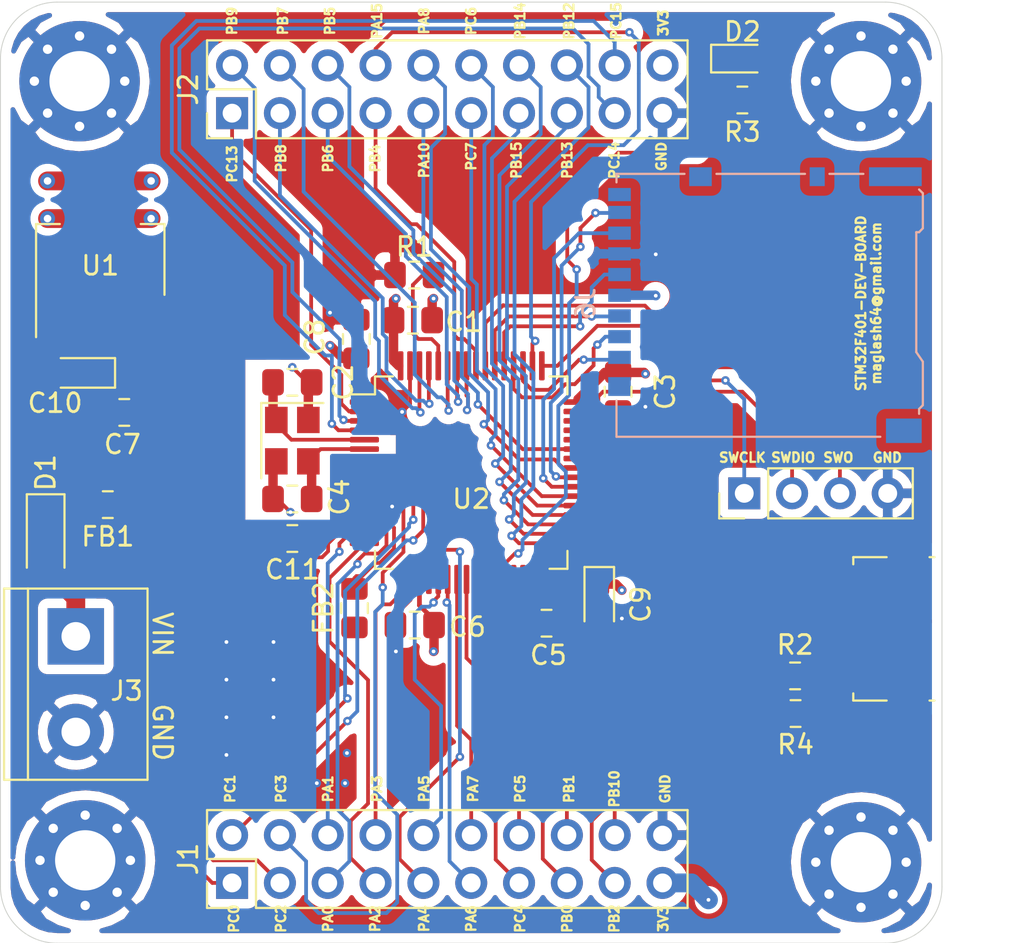
<source format=kicad_pcb>
(kicad_pcb (version 20171130) (host pcbnew "(5.1.5)-3")
  (layers (0 F.Cu signal) (1 In1.Cu power) (2 In2.Cu power) (31 B.Cu signal) (34 B.Paste user) (35 F.Paste user) (36 B.SilkS user) (37 F.SilkS user) (38 B.Mask user) (39 F.Mask user) (44 Edge.Cuts user))
  (net 0 "")
  (net 1 GND)
  (net 2 VDD_MCU)
  (net 3 HSE_IN)
  (net 4 HSE_OUT)
  (net 5 "Net-(C5-Pad1)")
  (net 6 "Net-(C7-Pad1)")
  (net 7 NRST)
  (net 8 "Net-(D1-Pad1)")
  (net 9 VDD_IN)
  (net 10 "Net-(FB2-Pad2)")
  (net 11 BOOT0)
  (net 12 USB_VBUS)
  (net 13 SWDIO)
  (net 14 SWCLK)
  (net 15 +3V3)
  (net 16 USB_P)
  (net 17 USB_N)
  (net 18 "Net-(J4-Pad1)")
  (net 19 "Net-(J4-Pad4)")
  (net 20 "Net-(D2-Pad2)")
  (net 21 PC13)
  (net 22 PB9)
  (net 23 PB8)
  (net 24 PB7)
  (net 25 PB6)
  (net 26 PB5)
  (net 27 PB4)
  (net 28 PA15)
  (net 29 PA10)
  (net 30 PA8)
  (net 31 PC7)
  (net 32 PC6)
  (net 33 PB15)
  (net 34 PB14)
  (net 35 PB13)
  (net 36 PB12)
  (net 37 PC14)
  (net 38 PC15)
  (net 39 PB10)
  (net 40 PB2)
  (net 41 PB1)
  (net 42 PB0)
  (net 43 PC5)
  (net 44 PC4)
  (net 45 PA7)
  (net 46 PA6)
  (net 47 PA5)
  (net 48 PA4)
  (net 49 PA3)
  (net 50 PA2)
  (net 51 PA1)
  (net 52 PA0)
  (net 53 PC3)
  (net 54 PC2)
  (net 55 PC1)
  (net 56 PC0)
  (net 57 SWO)
  (net 58 SDIO_D0)
  (net 59 SDIO_D1)
  (net 60 SDIO_D2)
  (net 61 SDIO_D3)
  (net 62 SDIO_CLK)
  (net 63 SDIO_CMD)
  (net 64 "Net-(J6-Pad9)")
  (module Package_QFP:LQFP-64_10x10mm_P0.5mm (layer F.Cu) (at 154 132)
    (fp_text reference U2 (at 0 1.4) (layer F.SilkS))
    (fp_text value STM32F401RCTx hide)
    (pad 1 smd roundrect (at -5.675 -3.75) (size 1.55 0.3) (layers F.Cu F.Paste F.Mask) (net 15 +3V3))
    (pad 2 smd roundrect (at -5.675 -3.25) (size 1.55 0.3) (layers F.Cu F.Paste F.Mask) (net 21 PC13))
    (pad 3 smd roundrect (at -5.675 -2.75) (size 1.55 0.3) (layers F.Cu F.Paste F.Mask) (net 37 PC14))
    (pad 4 smd roundrect (at -5.675 -2.25) (size 1.55 0.3) (layers F.Cu F.Paste F.Mask) (net 38 PC15))
    (pad 5 smd roundrect (at -5.675 -1.75) (size 1.55 0.3) (layers F.Cu F.Paste F.Mask) (net 3 HSE_IN))
    (pad 6 smd roundrect (at -5.675 -1.25) (size 1.55 0.3) (layers F.Cu F.Paste F.Mask) (net 4 HSE_OUT))
    (pad 7 smd roundrect (at -5.675 -0.75) (size 1.55 0.3) (layers F.Cu F.Paste F.Mask) (net 7 NRST))
    (pad 8 smd roundrect (at -5.675 -0.25) (size 1.55 0.3) (layers F.Cu F.Paste F.Mask) (net 56 PC0))
    (pad 9 smd roundrect (at -5.675 0.25) (size 1.55 0.3) (layers F.Cu F.Paste F.Mask) (net 55 PC1))
    (pad 10 smd roundrect (at -5.675 0.75) (size 1.55 0.3) (layers F.Cu F.Paste F.Mask) (net 54 PC2))
    (pad 11 smd roundrect (at -5.675 1.25) (size 1.55 0.3) (layers F.Cu F.Paste F.Mask) (net 53 PC3))
    (pad 12 smd roundrect (at -5.675 1.75) (size 1.55 0.3) (layers F.Cu F.Paste F.Mask) (net 1 GND))
    (pad 13 smd roundrect (at -5.675 2.25) (size 1.55 0.3) (layers F.Cu F.Paste F.Mask) (net 10 "Net-(FB2-Pad2)"))
    (pad 14 smd roundrect (at -5.675 2.75) (size 1.55 0.3) (layers F.Cu F.Paste F.Mask) (net 52 PA0))
    (pad 15 smd roundrect (at -5.675 3.25) (size 1.55 0.3) (layers F.Cu F.Paste F.Mask) (net 51 PA1))
    (pad 16 smd roundrect (at -5.675 3.75) (size 1.55 0.3) (layers F.Cu F.Paste F.Mask) (net 50 PA2))
    (pad 17 smd roundrect (at -3.75 5.675) (size 0.3 1.55) (layers F.Cu F.Paste F.Mask) (net 49 PA3))
    (pad 18 smd roundrect (at -3.25 5.675) (size 0.3 1.55) (layers F.Cu F.Paste F.Mask) (net 1 GND))
    (pad 19 smd roundrect (at -2.75 5.675) (size 0.3 1.55) (layers F.Cu F.Paste F.Mask) (net 15 +3V3))
    (pad 20 smd roundrect (at -2.25 5.675) (size 0.3 1.55) (layers F.Cu F.Paste F.Mask) (net 48 PA4))
    (pad 21 smd roundrect (at -1.75 5.675) (size 0.3 1.55) (layers F.Cu F.Paste F.Mask) (net 47 PA5))
    (pad 22 smd roundrect (at -1.25 5.675) (size 0.3 1.55) (layers F.Cu F.Paste F.Mask) (net 46 PA6))
    (pad 23 smd roundrect (at -0.75 5.675) (size 0.3 1.55) (layers F.Cu F.Paste F.Mask) (net 45 PA7))
    (pad 24 smd roundrect (at -0.25 5.675) (size 0.3 1.55) (layers F.Cu F.Paste F.Mask) (net 44 PC4))
    (pad 25 smd roundrect (at 0.25 5.675) (size 0.3 1.55) (layers F.Cu F.Paste F.Mask) (net 43 PC5))
    (pad 26 smd roundrect (at 0.75 5.675) (size 0.3 1.55) (layers F.Cu F.Paste F.Mask) (net 42 PB0))
    (pad 27 smd roundrect (at 1.25 5.675) (size 0.3 1.55) (layers F.Cu F.Paste F.Mask) (net 41 PB1))
    (pad 28 smd roundrect (at 1.75 5.675) (size 0.3 1.55) (layers F.Cu F.Paste F.Mask) (net 40 PB2))
    (pad 29 smd roundrect (at 2.25 5.675) (size 0.3 1.55) (layers F.Cu F.Paste F.Mask) (net 39 PB10))
    (pad 30 smd roundrect (at 2.75 5.675) (size 0.3 1.55) (layers F.Cu F.Paste F.Mask) (net 5 "Net-(C5-Pad1)"))
    (pad 31 smd roundrect (at 3.25 5.675) (size 0.3 1.55) (layers F.Cu F.Paste F.Mask) (net 1 GND))
    (pad 32 smd roundrect (at 3.75 5.675) (size 0.3 1.55) (layers F.Cu F.Paste F.Mask) (net 15 +3V3))
    (pad 33 smd roundrect (at 5.675 3.75) (size 1.55 0.3) (layers F.Cu F.Paste F.Mask) (net 36 PB12))
    (pad 34 smd roundrect (at 5.675 3.25) (size 1.55 0.3) (layers F.Cu F.Paste F.Mask) (net 35 PB13))
    (pad 35 smd roundrect (at 5.675 2.75) (size 1.55 0.3) (layers F.Cu F.Paste F.Mask) (net 34 PB14))
    (pad 36 smd roundrect (at 5.675 2.25) (size 1.55 0.3) (layers F.Cu F.Paste F.Mask) (net 33 PB15))
    (pad 37 smd roundrect (at 5.675 1.75) (size 1.55 0.3) (layers F.Cu F.Paste F.Mask) (net 32 PC6))
    (pad 38 smd roundrect (at 5.675 1.25) (size 1.55 0.3) (layers F.Cu F.Paste F.Mask) (net 31 PC7))
    (pad 39 smd roundrect (at 5.675 0.75) (size 1.55 0.3) (layers F.Cu F.Paste F.Mask) (net 58 SDIO_D0))
    (pad 40 smd roundrect (at 5.675 0.25) (size 1.55 0.3) (layers F.Cu F.Paste F.Mask) (net 59 SDIO_D1))
    (pad 41 smd roundrect (at 5.675 -0.25) (size 1.55 0.3) (layers F.Cu F.Paste F.Mask) (net 30 PA8))
    (pad 42 smd roundrect (at 5.675 -0.75) (size 1.55 0.3) (layers F.Cu F.Paste F.Mask) (net 12 USB_VBUS))
    (pad 43 smd roundrect (at 5.675 -1.25) (size 1.55 0.3) (layers F.Cu F.Paste F.Mask) (net 29 PA10))
    (pad 44 smd roundrect (at 5.675 -1.75) (size 1.55 0.3) (layers F.Cu F.Paste F.Mask) (net 17 USB_N))
    (pad 45 smd roundrect (at 5.675 -2.25) (size 1.55 0.3) (layers F.Cu F.Paste F.Mask) (net 16 USB_P))
    (pad 46 smd roundrect (at 5.675 -2.75) (size 1.55 0.3) (layers F.Cu F.Paste F.Mask) (net 13 SWDIO))
    (pad 47 smd roundrect (at 5.675 -3.25) (size 1.55 0.3) (layers F.Cu F.Paste F.Mask) (net 1 GND))
    (pad 48 smd roundrect (at 5.675 -3.75) (size 1.55 0.3) (layers F.Cu F.Paste F.Mask) (net 15 +3V3))
    (pad 49 smd roundrect (at 3.75 -5.675) (size 0.3 1.55) (layers F.Cu F.Paste F.Mask) (net 14 SWCLK))
    (pad 50 smd roundrect (at 3.25 -5.675) (size 0.3 1.55) (layers F.Cu F.Paste F.Mask) (net 28 PA15))
    (pad 51 smd roundrect (at 2.75 -5.675) (size 0.3 1.55) (layers F.Cu F.Paste F.Mask) (net 60 SDIO_D2))
    (pad 52 smd roundrect (at 2.25 -5.675) (size 0.3 1.55) (layers F.Cu F.Paste F.Mask) (net 61 SDIO_D3))
    (pad 53 smd roundrect (at 1.75 -5.675) (size 0.3 1.55) (layers F.Cu F.Paste F.Mask) (net 62 SDIO_CLK))
    (pad 54 smd roundrect (at 1.25 -5.675) (size 0.3 1.55) (layers F.Cu F.Paste F.Mask) (net 63 SDIO_CMD))
    (pad 55 smd roundrect (at 0.75 -5.675) (size 0.3 1.55) (layers F.Cu F.Paste F.Mask) (net 57 SWO))
    (pad 56 smd roundrect (at 0.25 -5.675) (size 0.3 1.55) (layers F.Cu F.Paste F.Mask) (net 27 PB4))
    (pad 57 smd roundrect (at -0.25 -5.675) (size 0.3 1.55) (layers F.Cu F.Paste F.Mask) (net 26 PB5))
    (pad 58 smd roundrect (at -0.75 -5.675) (size 0.3 1.55) (layers F.Cu F.Paste F.Mask) (net 25 PB6))
    (pad 59 smd roundrect (at -1.25 -5.675) (size 0.3 1.55) (layers F.Cu F.Paste F.Mask) (net 24 PB7))
    (pad 60 smd roundrect (at -1.75 -5.675) (size 0.3 1.55) (layers F.Cu F.Paste F.Mask) (net 11 BOOT0))
    (pad 61 smd roundrect (at -2.25 -5.675) (size 0.3 1.55) (layers F.Cu F.Paste F.Mask) (net 23 PB8))
    (pad 62 smd roundrect (at -2.75 -5.675) (size 0.3 1.55) (layers F.Cu F.Paste F.Mask) (net 22 PB9))
    (pad 63 smd roundrect (at -3.25 -5.675) (size 0.3 1.55) (layers F.Cu F.Paste F.Mask) (net 1 GND))
    (pad 64 smd roundrect (at -3.75 -5.675) (size 0.3 1.55) (layers F.Cu F.Paste F.Mask) (net 15 +3V3))
  )
  (module MountingHole:MountingHole_3.2mm_M3_Pad_Via (layer F.Cu) (at 133.5 152.6)
    (fp_text reference H4 hide)
    (fp_text value MountingHole_Pad hide)
    (pad 1 thru_hole circle (at 1.697056 -1.697056) (size 0.8 0.8) (drill 0.5) (layers *.Cu *.Mask) (net 1 GND))
    (pad 1 thru_hole circle (at 0 -2.4) (size 0.8 0.8) (drill 0.5) (layers *.Cu *.Mask) (net 1 GND))
    (pad 1 thru_hole circle (at -1.697056 -1.697056) (size 0.8 0.8) (drill 0.5) (layers *.Cu *.Mask) (net 1 GND))
    (pad 1 thru_hole circle (at -2.4 0) (size 0.8 0.8) (drill 0.5) (layers *.Cu *.Mask) (net 1 GND))
    (pad 1 thru_hole circle (at -1.697056 1.697056) (size 0.8 0.8) (drill 0.5) (layers *.Cu *.Mask) (net 1 GND))
    (pad 1 thru_hole circle (at 0 2.4) (size 0.8 0.8) (drill 0.5) (layers *.Cu *.Mask) (net 1 GND))
    (pad 1 thru_hole circle (at 1.697056 1.697056) (size 0.8 0.8) (drill 0.5) (layers *.Cu *.Mask) (net 1 GND))
    (pad 1 thru_hole circle (at 2.4 0) (size 0.8 0.8) (drill 0.5) (layers *.Cu *.Mask) (net 1 GND))
    (pad 1 thru_hole circle (at 0 0) (size 6.4 6.4) (drill 3.2) (layers *.Cu *.Mask) (net 1 GND))
  )
  (module MountingHole:MountingHole_3.2mm_M3_Pad_Via (layer F.Cu) (at 174.7 152.7)
    (fp_text reference H3 hide)
    (fp_text value MountingHole_Pad hide)
    (pad 1 thru_hole circle (at 1.697056 -1.697056) (size 0.8 0.8) (drill 0.5) (layers *.Cu *.Mask) (net 1 GND))
    (pad 1 thru_hole circle (at 0 -2.4) (size 0.8 0.8) (drill 0.5) (layers *.Cu *.Mask) (net 1 GND))
    (pad 1 thru_hole circle (at -1.697056 -1.697056) (size 0.8 0.8) (drill 0.5) (layers *.Cu *.Mask) (net 1 GND))
    (pad 1 thru_hole circle (at -2.4 0) (size 0.8 0.8) (drill 0.5) (layers *.Cu *.Mask) (net 1 GND))
    (pad 1 thru_hole circle (at -1.697056 1.697056) (size 0.8 0.8) (drill 0.5) (layers *.Cu *.Mask) (net 1 GND))
    (pad 1 thru_hole circle (at 0 2.4) (size 0.8 0.8) (drill 0.5) (layers *.Cu *.Mask) (net 1 GND))
    (pad 1 thru_hole circle (at 1.697056 1.697056) (size 0.8 0.8) (drill 0.5) (layers *.Cu *.Mask) (net 1 GND))
    (pad 1 thru_hole circle (at 2.4 0) (size 0.8 0.8) (drill 0.5) (layers *.Cu *.Mask) (net 1 GND))
    (pad 1 thru_hole circle (at 0 0) (size 6.4 6.4) (drill 3.2) (layers *.Cu *.Mask) (net 1 GND))
  )
  (module MountingHole:MountingHole_3.2mm_M3_Pad_Via (layer F.Cu) (at 174.7 111.2)
    (fp_text reference H2 hide)
    (fp_text value MountingHole_Pad hide)
    (pad 1 thru_hole circle (at 1.697056 -1.697056) (size 0.8 0.8) (drill 0.5) (layers *.Cu *.Mask) (net 1 GND))
    (pad 1 thru_hole circle (at 0 -2.4) (size 0.8 0.8) (drill 0.5) (layers *.Cu *.Mask) (net 1 GND))
    (pad 1 thru_hole circle (at -1.697056 -1.697056) (size 0.8 0.8) (drill 0.5) (layers *.Cu *.Mask) (net 1 GND))
    (pad 1 thru_hole circle (at -2.4 0) (size 0.8 0.8) (drill 0.5) (layers *.Cu *.Mask) (net 1 GND))
    (pad 1 thru_hole circle (at -1.697056 1.697056) (size 0.8 0.8) (drill 0.5) (layers *.Cu *.Mask) (net 1 GND))
    (pad 1 thru_hole circle (at 0 2.4) (size 0.8 0.8) (drill 0.5) (layers *.Cu *.Mask) (net 1 GND))
    (pad 1 thru_hole circle (at 1.697056 1.697056) (size 0.8 0.8) (drill 0.5) (layers *.Cu *.Mask) (net 1 GND))
    (pad 1 thru_hole circle (at 2.4 0) (size 0.8 0.8) (drill 0.5) (layers *.Cu *.Mask) (net 1 GND))
    (pad 1 thru_hole circle (at 0 0) (size 6.4 6.4) (drill 3.2) (layers *.Cu *.Mask) (net 1 GND))
  )
  (module MountingHole:MountingHole_3.2mm_M3_Pad_Via (layer F.Cu) (at 133.2 111.2)
    (fp_text reference H1 hide)
    (fp_text value MountingHole_Pad hide)
    (pad 1 thru_hole circle (at 1.697056 -1.697056) (size 0.8 0.8) (drill 0.5) (layers *.Cu *.Mask) (net 1 GND))
    (pad 1 thru_hole circle (at 0 -2.4) (size 0.8 0.8) (drill 0.5) (layers *.Cu *.Mask) (net 1 GND))
    (pad 1 thru_hole circle (at -1.697056 -1.697056) (size 0.8 0.8) (drill 0.5) (layers *.Cu *.Mask) (net 1 GND))
    (pad 1 thru_hole circle (at -2.4 0) (size 0.8 0.8) (drill 0.5) (layers *.Cu *.Mask) (net 1 GND))
    (pad 1 thru_hole circle (at -1.697056 1.697056) (size 0.8 0.8) (drill 0.5) (layers *.Cu *.Mask) (net 1 GND))
    (pad 1 thru_hole circle (at 0 2.4) (size 0.8 0.8) (drill 0.5) (layers *.Cu *.Mask) (net 1 GND))
    (pad 1 thru_hole circle (at 1.697056 1.697056) (size 0.8 0.8) (drill 0.5) (layers *.Cu *.Mask) (net 1 GND))
    (pad 1 thru_hole circle (at 2.4 0) (size 0.8 0.8) (drill 0.5) (layers *.Cu *.Mask) (net 1 GND))
    (pad 1 thru_hole circle (at 0 0) (size 6.4 6.4) (drill 3.2) (layers *.Cu *.Mask) (net 1 GND))
  )
  (module Capacitor_SMD:C_0805_2012Metric_Pad1.15x1.40mm_HandSolder (layer F.Cu) (at 150.9 123.9)
    (fp_text reference C1 (at 2.7 0.1) (layer F.SilkS))
    (fp_text value 100nF)
    (pad 2 smd roundrect (at 1.025 0) (size 1.15 1.4) (layers F.Cu F.Paste F.Mask) (roundrect_rratio 0.217391) (net 1 GND))
    (pad 1 smd roundrect (at -1.025 0) (size 1.15 1.4) (layers F.Cu F.Paste F.Mask) (roundrect_rratio 0.217391) (net 15 +3V3))
  )
  (module Capacitor_SMD:C_0805_2012Metric_Pad1.15x1.40mm_HandSolder (layer F.Cu) (at 144.5 127.2)
    (fp_text reference C2 (at 2.7 0 270) (layer F.SilkS))
    (fp_text value 12pF)
    (pad 1 smd roundrect (at -1.025 0) (size 1.15 1.4) (layers F.Cu F.Paste F.Mask) (roundrect_rratio 0.217391) (net 3 HSE_IN))
    (pad 2 smd roundrect (at 1.025 0) (size 1.15 1.4) (layers F.Cu F.Paste F.Mask) (roundrect_rratio 0.217391) (net 1 GND))
  )
  (module Capacitor_SMD:C_0805_2012Metric_Pad1.15x1.40mm_HandSolder (layer F.Cu) (at 161.8 127.7 270)
    (fp_text reference C3 (at 0 -2.5 90) (layer F.SilkS))
    (fp_text value 100nF)
    (pad 1 smd roundrect (at -1.025 0 270) (size 1.15 1.4) (layers F.Cu F.Paste F.Mask) (roundrect_rratio 0.217391) (net 15 +3V3))
    (pad 2 smd roundrect (at 1.025 0 270) (size 1.15 1.4) (layers F.Cu F.Paste F.Mask) (roundrect_rratio 0.217391) (net 1 GND))
  )
  (module Capacitor_SMD:C_0805_2012Metric_Pad1.15x1.40mm_HandSolder (layer F.Cu) (at 144.5 133.4 180)
    (fp_text reference C4 (at -2.5 0.1 270) (layer F.SilkS))
    (fp_text value 12pF)
    (pad 2 smd roundrect (at 1.025 0 180) (size 1.15 1.4) (layers F.Cu F.Paste F.Mask) (roundrect_rratio 0.217391) (net 1 GND))
    (pad 1 smd roundrect (at -1.025 0 180) (size 1.15 1.4) (layers F.Cu F.Paste F.Mask) (roundrect_rratio 0.217391) (net 4 HSE_OUT))
  )
  (module Capacitor_SMD:C_0805_2012Metric_Pad1.15x1.40mm_HandSolder (layer F.Cu) (at 158 140)
    (fp_text reference C5 (at 0.1 1.7) (layer F.SilkS))
    (fp_text value 2.2uF)
    (pad 1 smd roundrect (at -1.025 0) (size 1.15 1.4) (layers F.Cu F.Paste F.Mask) (roundrect_rratio 0.217391) (net 5 "Net-(C5-Pad1)"))
    (pad 2 smd roundrect (at 1.025 0) (size 1.15 1.4) (layers F.Cu F.Paste F.Mask) (roundrect_rratio 0.217391) (net 1 GND))
  )
  (module Capacitor_SMD:C_0805_2012Metric_Pad1.15x1.40mm_HandSolder (layer F.Cu) (at 151 140.1 180)
    (fp_text reference C6 (at -2.8 -0.1) (layer F.SilkS))
    (fp_text value 100nF)
    (pad 1 smd roundrect (at -1.025 0 180) (size 1.15 1.4) (layers F.Cu F.Paste F.Mask) (roundrect_rratio 0.217391) (net 15 +3V3))
    (pad 2 smd roundrect (at 1.025 0 180) (size 1.15 1.4) (layers F.Cu F.Paste F.Mask) (roundrect_rratio 0.217391) (net 1 GND))
  )
  (module Capacitor_SMD:C_0805_2012Metric_Pad1.15x1.40mm_HandSolder (layer F.Cu) (at 135.575 128.8 180)
    (fp_text reference C7 (at 0.1 -1.7) (layer F.SilkS))
    (fp_text value 10uF)
    (pad 2 smd roundrect (at 1.025 0 180) (size 1.15 1.4) (layers F.Cu F.Paste F.Mask) (roundrect_rratio 0.217391) (net 1 GND))
    (pad 1 smd roundrect (at -1.025 0 180) (size 1.15 1.4) (layers F.Cu F.Paste F.Mask) (roundrect_rratio 0.217391) (net 6 "Net-(C7-Pad1)"))
  )
  (module Capacitor_SMD:C_0805_2012Metric_Pad1.15x1.40mm_HandSolder (layer F.Cu) (at 147.9 124.9 90)
    (fp_text reference C8 (at 0.1 -2.2 90) (layer F.SilkS))
    (fp_text value 100nF)
    (pad 2 smd roundrect (at 1.025 0 90) (size 1.15 1.4) (layers F.Cu F.Paste F.Mask) (roundrect_rratio 0.217391) (net 1 GND))
    (pad 1 smd roundrect (at -1.025 0 90) (size 1.15 1.4) (layers F.Cu F.Paste F.Mask) (roundrect_rratio 0.217391) (net 15 +3V3))
  )
  (module Capacitor_Tantalum_SMD:CP_EIA-2012-12_Kemet-R_Pad1.30x1.05mm_HandSolder (layer F.Cu) (at 160.8 138.9 270)
    (fp_text reference C9 (at 0.1 -2.2 90) (layer F.SilkS))
    (fp_text value 4.7uF)
    (pad 1 smd roundrect (at -0.975 0 270) (size 1.3 1.05) (layers F.Cu F.Paste F.Mask) (roundrect_rratio 0.238095) (net 15 +3V3))
    (pad 2 smd roundrect (at 0.975 0 270) (size 1.3 1.05) (layers F.Cu F.Paste F.Mask) (roundrect_rratio 0.238095) (net 1 GND))
  )
  (module Capacitor_Tantalum_SMD:CP_EIA-2012-12_Kemet-R_Pad1.30x1.05mm_HandSolder (layer F.Cu) (at 133.2 126.7 180)
    (fp_text reference C10 (at 1.3 -1.6) (layer F.SilkS))
    (fp_text value 22uF)
    (pad 2 smd roundrect (at 0.975 0 180) (size 1.3 1.05) (layers F.Cu F.Paste F.Mask) (roundrect_rratio 0.238095) (net 1 GND))
    (pad 1 smd roundrect (at -0.975 0 180) (size 1.3 1.05) (layers F.Cu F.Paste F.Mask) (roundrect_rratio 0.238095) (net 15 +3V3))
  )
  (module Capacitor_SMD:C_0805_2012Metric_Pad1.15x1.40mm_HandSolder (layer F.Cu) (at 144.5 135.5 180)
    (fp_text reference C11 (at 0 -1.65) (layer F.SilkS))
    (fp_text value 10uF)
    (pad 1 smd roundrect (at -1.025 0 180) (size 1.15 1.4) (layers F.Cu F.Paste F.Mask) (roundrect_rratio 0.217391) (net 7 NRST))
    (pad 2 smd roundrect (at 1.025 0 180) (size 1.15 1.4) (layers F.Cu F.Paste F.Mask) (roundrect_rratio 0.217391) (net 1 GND))
  )
  (module Diode_SMD:D_SOD-123 (layer F.Cu) (at 131.4 135.4 270)
    (fp_text reference D1 (at -3.4 0 90) (layer F.SilkS))
    (fp_text value B5819W)
    (pad 1 smd rect (at -1.65 0 270) (size 0.9 1.2) (layers F.Cu F.Paste F.Mask) (net 8 "Net-(D1-Pad1)"))
    (pad 2 smd rect (at 1.65 0 270) (size 0.9 1.2) (layers F.Cu F.Paste F.Mask) (net 9 VDD_IN))
  )
  (module Inductor_SMD:L_0805_2012Metric_Pad1.15x1.40mm_HandSolder (layer F.Cu) (at 134.7 133.7 180)
    (fp_text reference FB1 (at 0 -1.7) (layer F.SilkS))
    (fp_text value "100 ohms ")
    (pad 2 smd roundrect (at 1.025 0 180) (size 1.15 1.4) (layers F.Cu F.Paste F.Mask) (roundrect_rratio 0.217391) (net 8 "Net-(D1-Pad1)"))
    (pad 1 smd roundrect (at -1.025 0 180) (size 1.15 1.4) (layers F.Cu F.Paste F.Mask) (roundrect_rratio 0.217391) (net 6 "Net-(C7-Pad1)"))
  )
  (module Inductor_SMD:L_0805_2012Metric_Pad1.15x1.40mm_HandSolder (layer F.Cu) (at 147.8 139.2 90)
    (fp_text reference FB2 (at 0 -1.65 90) (layer F.SilkS))
    (fp_text value "100 ohms ")
    (pad 1 smd roundrect (at -1.025 0 90) (size 1.15 1.4) (layers F.Cu F.Paste F.Mask) (roundrect_rratio 0.217391) (net 2 VDD_MCU))
    (pad 2 smd roundrect (at 1.025 0 90) (size 1.15 1.4) (layers F.Cu F.Paste F.Mask) (roundrect_rratio 0.217391) (net 10 "Net-(FB2-Pad2)"))
  )
  (module Resistor_SMD:R_0805_2012Metric_Pad1.15x1.40mm_HandSolder (layer F.Cu) (at 150.975 121.5 180)
    (fp_text reference R1 (at 0 1.5) (layer F.SilkS))
    (fp_text value 10k)
    (pad 1 smd roundrect (at -1.025 0 180) (size 1.15 1.4) (layers F.Cu F.Paste F.Mask) (roundrect_rratio 0.217391) (net 11 BOOT0))
    (pad 2 smd roundrect (at 1.025 0 180) (size 1.15 1.4) (layers F.Cu F.Paste F.Mask) (roundrect_rratio 0.217391) (net 1 GND))
  )
  (module Package_TO_SOT_SMD:SOT-223-3_TabPin2 (layer F.Cu) (at 134.3 120.7 90)
    (fp_text reference U1 (at -0.3 0) (layer F.SilkS))
    (fp_text value AMS1117-3.3 hide)
    (pad 2 smd rect (at 3.15 0 90) (size 2 3.8) (layers F.Cu F.Paste F.Mask) (net 15 +3V3))
    (pad 2 smd rect (at -3.15 0 90) (size 2 1.5) (layers F.Cu F.Paste F.Mask) (net 15 +3V3))
    (pad 3 smd rect (at -3.15 2.3 90) (size 2 1.5) (layers F.Cu F.Paste F.Mask) (net 6 "Net-(C7-Pad1)"))
    (pad 1 smd rect (at -3.15 -2.3 90) (size 2 1.5) (layers F.Cu F.Paste F.Mask) (net 1 GND))
  )
  (module Crystal:Crystal_SMD_3225-4Pin_3.2x2.5mm (layer F.Cu) (at 144.5 130.3 270)
    (fp_text reference HSE1 hide)
    (fp_text value 16Mhz hide)
    (pad 1 smd rect (at -1.1 0.85 270) (size 1.4 1.2) (layers F.Cu F.Paste F.Mask) (net 3 HSE_IN))
    (pad 2 smd rect (at 1.1 0.85 270) (size 1.4 1.2) (layers F.Cu F.Paste F.Mask) (net 1 GND))
    (pad 3 smd rect (at 1.1 -0.85 270) (size 1.4 1.2) (layers F.Cu F.Paste F.Mask) (net 4 HSE_OUT))
    (pad 4 smd rect (at -1.1 -0.85 270) (size 1.4 1.2) (layers F.Cu F.Paste F.Mask) (net 1 GND))
  )
  (module TerminalBlock:TerminalBlock_bornier-2_P5.08mm (layer F.Cu) (at 133 140.7 270)
    (fp_text reference J3 (at 2.9 -2.7 180) (layer F.SilkS))
    (fp_text value POWER)
    (pad 1 thru_hole rect (at 0 0 270) (size 3 3) (drill 1.52) (layers *.Cu *.Mask) (net 9 VDD_IN))
    (pad 2 thru_hole circle (at 5.08 0 270) (size 3 3) (drill 1.52) (layers *.Cu *.Mask) (net 1 GND))
  )
  (module Connector_USB:USB_Micro-B_Molex_47346-0001 (layer F.Cu) (at 176 140.3 90)
    (fp_text reference J4 hide)
    (fp_text value USB_B_Micro hide)
    (pad 1 smd rect (at -1.3 -1.46 90) (size 0.45 1.38) (layers F.Cu F.Paste F.Mask) (net 18 "Net-(J4-Pad1)"))
    (pad 2 smd rect (at -0.65 -1.46 90) (size 0.45 1.38) (layers F.Cu F.Paste F.Mask) (net 17 USB_N))
    (pad 3 smd rect (at 0 -1.46 90) (size 0.45 1.38) (layers F.Cu F.Paste F.Mask) (net 16 USB_P))
    (pad 4 smd rect (at 0.65 -1.46 90) (size 0.45 1.38) (layers F.Cu F.Paste F.Mask) (net 19 "Net-(J4-Pad4)"))
    (pad 5 smd rect (at 1.3 -1.46 90) (size 0.45 1.38) (layers F.Cu F.Paste F.Mask) (net 1 GND))
    (pad 6 smd rect (at -2.4875 -1.375 90) (size 1.425 1.55) (layers F.Cu F.Paste F.Mask) (net 1 GND))
    (pad 6 smd rect (at 2.4875 -1.375 90) (size 1.425 1.55) (layers F.Cu F.Paste F.Mask) (net 1 GND))
    (pad 6 smd rect (at -3.375 1.2 90) (size 1.65 1.3) (layers F.Cu F.Paste F.Mask) (net 1 GND))
    (pad 6 smd rect (at 3.375 1.2 90) (size 1.65 1.3) (layers F.Cu F.Paste F.Mask) (net 1 GND))
    (pad 6 smd rect (at -1.15 1.2 90) (size 1.8 1.9) (layers F.Cu F.Paste F.Mask) (net 1 GND))
    (pad 6 smd rect (at 1.55 1.2 90) (size 1 1.9) (layers F.Cu F.Paste F.Mask) (net 1 GND))
  )
  (module Resistor_SMD:R_0805_2012Metric_Pad1.15x1.40mm_HandSolder (layer F.Cu) (at 171.2 142.8)
    (fp_text reference R2 (at 0 -1.65) (layer F.SilkS))
    (fp_text value 220)
    (pad 2 smd roundrect (at 1.025 0) (size 1.15 1.4) (layers F.Cu F.Paste F.Mask) (roundrect_rratio 0.217391) (net 18 "Net-(J4-Pad1)"))
    (pad 1 smd roundrect (at -1.025 0) (size 1.15 1.4) (layers F.Cu F.Paste F.Mask) (roundrect_rratio 0.217391) (net 12 USB_VBUS))
  )
  (module Resistor_SMD:R_0805_2012Metric_Pad1.15x1.40mm_HandSolder (layer F.Cu) (at 171.225 144.8 180)
    (fp_text reference R4 (at 0 -1.65) (layer F.SilkS))
    (fp_text value 330)
    (pad 1 smd roundrect (at -1.025 0 180) (size 1.15 1.4) (layers F.Cu F.Paste F.Mask) (roundrect_rratio 0.217391) (net 1 GND))
    (pad 2 smd roundrect (at 1.025 0 180) (size 1.15 1.4) (layers F.Cu F.Paste F.Mask) (roundrect_rratio 0.217391) (net 12 USB_VBUS))
  )
  (module LED_SMD:LED_0603_1608Metric_Pad1.05x0.95mm_HandSolder (layer F.Cu) (at 168.4 110)
    (fp_text reference D2 (at 0 -1.43) (layer F.SilkS))
    (fp_text value LED_Small)
    (pad 1 smd roundrect (at -0.875 0) (size 1.05 0.95) (layers F.Cu F.Paste F.Mask) (net 1 GND))
    (pad 2 smd roundrect (at 0.875 0) (size 1.05 0.95) (layers F.Cu F.Paste F.Mask) (net 20 "Net-(D2-Pad2)"))
  )
  (module Resistor_SMD:R_0805_2012Metric_Pad1.15x1.40mm_HandSolder (layer F.Cu) (at 168.4 112.2)
    (fp_text reference R3 (at 0 1.7) (layer F.SilkS))
    (fp_text value 220)
    (pad 1 smd roundrect (at -1.025 0) (size 1.15 1.4) (layers F.Cu F.Paste F.Mask) (roundrect_rratio 0.217391) (net 40 PB2))
    (pad 2 smd roundrect (at 1.025 0) (size 1.15 1.4) (layers F.Cu F.Paste F.Mask) (roundrect_rratio 0.217391) (net 20 "Net-(D2-Pad2)"))
  )
  (module Connector_PinHeader_2.54mm:PinHeader_1x04_P2.54mm_Vertical (layer F.Cu) (at 168.5 133.1 90)
    (fp_text reference J5 hide)
    (fp_text value Conn_01x04 hide)
    (pad 1 thru_hole rect (at 0 0 90) (size 1.7 1.7) (drill 1) (layers *.Cu *.Mask) (net 14 SWCLK))
    (pad 2 thru_hole oval (at 0 2.54 90) (size 1.7 1.7) (drill 1) (layers *.Cu *.Mask) (net 13 SWDIO))
    (pad 3 thru_hole oval (at 0 5.08 90) (size 1.7 1.7) (drill 1) (layers *.Cu *.Mask) (net 57 SWO))
    (pad 4 thru_hole oval (at 0 7.62 90) (size 1.7 1.7) (drill 1) (layers *.Cu *.Mask) (net 1 GND))
  )
  (module Connector_PinHeader_2.54mm:PinHeader_2x10_P2.54mm_Vertical (layer F.Cu) (at 141.3 153.8 90)
    (fp_text reference J1 (at 1.27 -2.33 90) (layer F.SilkS))
    (fp_text value Conn_02x10_Odd_Even)
    (pad 20 thru_hole oval (at 2.54 22.86 90) (size 1.7 1.7) (drill 1) (layers *.Cu *.Mask) (net 1 GND))
    (pad 19 thru_hole oval (at 0 22.86 90) (size 1.7 1.7) (drill 1) (layers *.Cu *.Mask) (net 15 +3V3))
    (pad 18 thru_hole oval (at 2.54 20.32 90) (size 1.7 1.7) (drill 1) (layers *.Cu *.Mask) (net 39 PB10))
    (pad 17 thru_hole oval (at 0 20.32 90) (size 1.7 1.7) (drill 1) (layers *.Cu *.Mask) (net 40 PB2))
    (pad 16 thru_hole oval (at 2.54 17.78 90) (size 1.7 1.7) (drill 1) (layers *.Cu *.Mask) (net 41 PB1))
    (pad 15 thru_hole oval (at 0 17.78 90) (size 1.7 1.7) (drill 1) (layers *.Cu *.Mask) (net 42 PB0))
    (pad 14 thru_hole oval (at 2.54 15.24 90) (size 1.7 1.7) (drill 1) (layers *.Cu *.Mask) (net 43 PC5))
    (pad 13 thru_hole oval (at 0 15.24 90) (size 1.7 1.7) (drill 1) (layers *.Cu *.Mask) (net 44 PC4))
    (pad 12 thru_hole oval (at 2.54 12.7 90) (size 1.7 1.7) (drill 1) (layers *.Cu *.Mask) (net 45 PA7))
    (pad 11 thru_hole oval (at 0 12.7 90) (size 1.7 1.7) (drill 1) (layers *.Cu *.Mask) (net 46 PA6))
    (pad 10 thru_hole oval (at 2.54 10.16 90) (size 1.7 1.7) (drill 1) (layers *.Cu *.Mask) (net 47 PA5))
    (pad 9 thru_hole oval (at 0 10.16 90) (size 1.7 1.7) (drill 1) (layers *.Cu *.Mask) (net 48 PA4))
    (pad 8 thru_hole oval (at 2.54 7.62 90) (size 1.7 1.7) (drill 1) (layers *.Cu *.Mask) (net 49 PA3))
    (pad 7 thru_hole oval (at 0 7.62 90) (size 1.7 1.7) (drill 1) (layers *.Cu *.Mask) (net 50 PA2))
    (pad 6 thru_hole oval (at 2.54 5.08 90) (size 1.7 1.7) (drill 1) (layers *.Cu *.Mask) (net 51 PA1))
    (pad 5 thru_hole oval (at 0 5.08 90) (size 1.7 1.7) (drill 1) (layers *.Cu *.Mask) (net 52 PA0))
    (pad 4 thru_hole oval (at 2.54 2.54 90) (size 1.7 1.7) (drill 1) (layers *.Cu *.Mask) (net 53 PC3))
    (pad 3 thru_hole oval (at 0 2.54 90) (size 1.7 1.7) (drill 1) (layers *.Cu *.Mask) (net 54 PC2))
    (pad 2 thru_hole oval (at 2.54 0 90) (size 1.7 1.7) (drill 1) (layers *.Cu *.Mask) (net 55 PC1))
    (pad 1 thru_hole rect (at 0 0 90) (size 1.7 1.7) (drill 1) (layers *.Cu *.Mask) (net 56 PC0))
  )
  (module Connector_PinHeader_2.54mm:PinHeader_2x10_P2.54mm_Vertical (layer F.Cu) (at 141.3 112.9 90)
    (fp_text reference J2 (at 1.27 -2.33 90) (layer F.SilkS))
    (fp_text value Conn_02x10_Odd_Even)
    (pad 1 thru_hole rect (at 0 0 90) (size 1.7 1.7) (drill 1) (layers *.Cu *.Mask) (net 21 PC13))
    (pad 2 thru_hole oval (at 2.54 0 90) (size 1.7 1.7) (drill 1) (layers *.Cu *.Mask) (net 22 PB9))
    (pad 3 thru_hole oval (at 0 2.54 90) (size 1.7 1.7) (drill 1) (layers *.Cu *.Mask) (net 23 PB8))
    (pad 4 thru_hole oval (at 2.54 2.54 90) (size 1.7 1.7) (drill 1) (layers *.Cu *.Mask) (net 24 PB7))
    (pad 5 thru_hole oval (at 0 5.08 90) (size 1.7 1.7) (drill 1) (layers *.Cu *.Mask) (net 25 PB6))
    (pad 6 thru_hole oval (at 2.54 5.08 90) (size 1.7 1.7) (drill 1) (layers *.Cu *.Mask) (net 26 PB5))
    (pad 7 thru_hole oval (at 0 7.62 90) (size 1.7 1.7) (drill 1) (layers *.Cu *.Mask) (net 27 PB4))
    (pad 8 thru_hole oval (at 2.54 7.62 90) (size 1.7 1.7) (drill 1) (layers *.Cu *.Mask) (net 28 PA15))
    (pad 9 thru_hole oval (at 0 10.16 90) (size 1.7 1.7) (drill 1) (layers *.Cu *.Mask) (net 29 PA10))
    (pad 10 thru_hole oval (at 2.54 10.16 90) (size 1.7 1.7) (drill 1) (layers *.Cu *.Mask) (net 30 PA8))
    (pad 11 thru_hole oval (at 0 12.7 90) (size 1.7 1.7) (drill 1) (layers *.Cu *.Mask) (net 31 PC7))
    (pad 12 thru_hole oval (at 2.54 12.7 90) (size 1.7 1.7) (drill 1) (layers *.Cu *.Mask) (net 32 PC6))
    (pad 13 thru_hole oval (at 0 15.24 90) (size 1.7 1.7) (drill 1) (layers *.Cu *.Mask) (net 33 PB15))
    (pad 14 thru_hole oval (at 2.54 15.24 90) (size 1.7 1.7) (drill 1) (layers *.Cu *.Mask) (net 34 PB14))
    (pad 15 thru_hole oval (at 0 17.78 90) (size 1.7 1.7) (drill 1) (layers *.Cu *.Mask) (net 35 PB13))
    (pad 16 thru_hole oval (at 2.54 17.78 90) (size 1.7 1.7) (drill 1) (layers *.Cu *.Mask) (net 36 PB12))
    (pad 17 thru_hole oval (at 0 20.32 90) (size 1.7 1.7) (drill 1) (layers *.Cu *.Mask) (net 37 PC14))
    (pad 18 thru_hole oval (at 2.54 20.32 90) (size 1.7 1.7) (drill 1) (layers *.Cu *.Mask) (net 38 PC15))
    (pad 19 thru_hole oval (at 0 22.86 90) (size 1.7 1.7) (drill 1) (layers *.Cu *.Mask) (net 1 GND))
    (pad 20 thru_hole oval (at 2.54 22.86 90) (size 1.7 1.7) (drill 1) (layers *.Cu *.Mask) (net 15 +3V3))
  )
  (module Connector_Card:microSD_HC_Hirose_DM3AT-SF-PEJM5 (layer B.Cu) (at 169.6 123.1 270)
    (fp_text reference J6 (at -0.075 9.525 270) (layer B.SilkS) (effects (justify mirror)))
    (fp_text value Micro_SD_Card)
    (pad 9 smd rect (at -5.875 7.725 270) (size 0.7 1.2) (layers B.Cu B.Paste B.Mask) (net 64 "Net-(J6-Pad9)"))
    (pad 8 smd rect (at -4.925 7.725 270) (size 0.7 1.2) (layers B.Cu B.Paste B.Mask) (net 59 SDIO_D1))
    (pad 1 smd rect (at 2.775 7.725 270) (size 0.7 1.2) (layers B.Cu B.Paste B.Mask) (net 60 SDIO_D2))
    (pad 2 smd rect (at 1.675 7.725 270) (size 0.7 1.2) (layers B.Cu B.Paste B.Mask) (net 61 SDIO_D3))
    (pad 3 smd rect (at 0.575 7.725 270) (size 0.7 1.2) (layers B.Cu B.Paste B.Mask) (net 63 SDIO_CMD))
    (pad 4 smd rect (at -0.525 7.725 270) (size 0.7 1.2) (layers B.Cu B.Paste B.Mask) (net 15 +3V3))
    (pad 5 smd rect (at -1.625 7.725 270) (size 0.7 1.2) (layers B.Cu B.Paste B.Mask) (net 62 SDIO_CLK))
    (pad 6 smd rect (at -2.725 7.725 270) (size 0.7 1.2) (layers B.Cu B.Paste B.Mask) (net 1 GND))
    (pad 7 smd rect (at -3.825 7.725 270) (size 0.7 1.2) (layers B.Cu B.Paste B.Mask) (net 58 SDIO_D0))
    (pad 11 smd rect (at 4.325 7.725 270) (size 1 1.2) (layers B.Cu B.Paste B.Mask))
    (pad 11 smd rect (at -6.825 3.425 270) (size 1 1.2) (layers B.Cu B.Paste B.Mask))
    (pad 10 smd rect (at -6.825 -2.775 270) (size 1 0.8) (layers B.Cu B.Paste B.Mask))
    (pad 11 smd rect (at -6.825 -6.925 270) (size 1 2.8) (layers B.Cu B.Paste B.Mask))
    (pad 11 smd rect (at 6.675 -7.375 270) (size 1.3 1.9) (layers B.Cu B.Paste B.Mask))
  )
  (gr_text "STM32F401-DEV-BOARD\nmaglash64@gmail.com" (at 175.1 123 90) (layer F.SilkS) (effects (font (size 0.5 0.5) (thickness 0.125))))
  (gr_text 3V3 (at 164.2 155.7 90) (layer F.SilkS) (effects (font (size 0.5 0.5) (thickness 0.125))))
  (gr_text PB2 (at 161.6 155.7 90) (layer F.SilkS) (effects (font (size 0.5 0.5) (thickness 0.125))))
  (gr_text PB0 (at 159.1 155.7 90) (layer F.SilkS) (effects (font (size 0.5 0.5) (thickness 0.125))))
  (gr_text PC4 (at 156.6 155.7 90) (layer F.SilkS) (effects (font (size 0.5 0.5) (thickness 0.125))))
  (gr_text PA6 (at 154 155.7 90) (layer F.SilkS) (effects (font (size 0.5 0.5) (thickness 0.125))))
  (gr_text PA4 (at 151.5 155.7 90) (layer F.SilkS) (effects (font (size 0.5 0.5) (thickness 0.125))))
  (gr_text PA2 (at 148.9 155.7 90) (layer F.SilkS) (effects (font (size 0.5 0.5) (thickness 0.125))))
  (gr_text PA0 (at 146.4 155.7 90) (layer F.SilkS) (effects (font (size 0.5 0.5) (thickness 0.125))))
  (gr_text PC2 (at 143.9 155.7 90) (layer F.SilkS) (effects (font (size 0.5 0.5) (thickness 0.125))))
  (gr_text PC0 (at 141.4 155.7 90) (layer F.SilkS) (effects (font (size 0.5 0.5) (thickness 0.125))))
  (gr_text GND (at 164.3 148.8 90) (layer F.SilkS) (effects (font (size 0.5 0.5) (thickness 0.125))))
  (gr_text PB10 (at 161.6 148.8 90) (layer F.SilkS) (effects (font (size 0.5 0.5) (thickness 0.125))))
  (gr_text PB1 (at 159.2 148.8 90) (layer F.SilkS) (effects (font (size 0.5 0.5) (thickness 0.125))))
  (gr_text PC5 (at 156.6 148.8 90) (layer F.SilkS) (effects (font (size 0.5 0.5) (thickness 0.125))))
  (gr_text PA7 (at 154.1 148.8 90) (layer F.SilkS) (effects (font (size 0.5 0.5) (thickness 0.125))))
  (gr_text PA5 (at 151.5 148.8 90) (layer F.SilkS) (effects (font (size 0.5 0.5) (thickness 0.125))))
  (gr_text PA3 (at 149 148.8 90) (layer F.SilkS) (effects (font (size 0.5 0.5) (thickness 0.125))))
  (gr_text PA1 (at 146.4 148.8 90) (layer F.SilkS) (effects (font (size 0.5 0.5) (thickness 0.125))))
  (gr_text PC3 (at 143.9 148.8 90) (layer F.SilkS) (effects (font (size 0.5 0.5) (thickness 0.125))))
  (gr_text PC1 (at 141.2 148.8 90) (layer F.SilkS) (effects (font (size 0.5 0.5) (thickness 0.125))))
  (gr_text PB9 (at 141.3 108 90) (layer F.SilkS) (effects (font (size 0.5 0.5) (thickness 0.125))))
  (gr_text PB7 (at 144 108 90) (layer F.SilkS) (effects (font (size 0.5 0.5) (thickness 0.125))))
  (gr_text PB5 (at 146.5 108 90) (layer F.SilkS) (effects (font (size 0.5 0.5) (thickness 0.125))))
  (gr_text PA15 (at 149 108 90) (layer F.SilkS) (effects (font (size 0.5 0.5) (thickness 0.125))))
  (gr_text PA8 (at 151.5 108 90) (layer F.SilkS) (effects (font (size 0.5 0.5) (thickness 0.125))))
  (gr_text PC6 (at 154 108 90) (layer F.SilkS) (effects (font (size 0.5 0.5) (thickness 0.125))))
  (gr_text PB14 (at 156.6 108 90) (layer F.SilkS) (effects (font (size 0.5 0.5) (thickness 0.125))))
  (gr_text PB12 (at 159.2 108 90) (layer F.SilkS) (effects (font (size 0.5 0.5) (thickness 0.125))))
  (gr_text PC15 (at 161.7 108 90) (layer F.SilkS) (effects (font (size 0.5 0.5) (thickness 0.125))))
  (gr_text 3V3 (at 164.2 108.1 90) (layer F.SilkS) (effects (font (size 0.5 0.5) (thickness 0.125))))
  (gr_text 3V3 (at 164.2 108.1 90) (layer F.SilkS) (effects (font (size 0.5 0.5) (thickness 0.125))))
  (gr_text GND (at 164.1 115.2 90) (layer F.SilkS) (effects (font (size 0.5 0.5) (thickness 0.125))))
  (gr_text PC14 (at 161.6 115.4 90) (layer F.SilkS) (effects (font (size 0.5 0.5) (thickness 0.125))))
  (gr_text PB13 (at 159.1 115.4 90) (layer F.SilkS) (effects (font (size 0.5 0.5) (thickness 0.125))))
  (gr_text PB15 (at 156.4 115.4 90) (layer F.SilkS) (effects (font (size 0.5 0.5) (thickness 0.125))))
  (gr_text PC7 (at 154 115.2 90) (layer F.SilkS) (effects (font (size 0.5 0.5) (thickness 0.125))))
  (gr_text PA10 (at 151.5 115.4 90) (layer F.SilkS) (effects (font (size 0.5 0.5) (thickness 0.125))))
  (gr_text PB4 (at 148.9 115.3 90) (layer F.SilkS) (effects (font (size 0.5 0.5) (thickness 0.125))))
  (gr_text PB6 (at 146.4 115.3 90) (layer F.SilkS) (effects (font (size 0.5 0.5) (thickness 0.125))))
  (gr_text PB8 (at 143.9 115.3 90) (layer F.SilkS) (effects (font (size 0.5 0.5) (thickness 0.125))))
  (gr_text PC13 (at 141.3 115.6 90) (layer F.SilkS) (effects (font (size 0.5 0.5) (thickness 0.125))))
  (gr_text GND (at 176.1 131.2) (layer F.SilkS) (effects (font (size 0.5 0.5) (thickness 0.125))))
  (gr_text SWO (at 173.5 131.2) (layer F.SilkS) (effects (font (size 0.5 0.5) (thickness 0.125))))
  (gr_text SWDIO (at 171.1 131.2) (layer F.SilkS) (effects (font (size 0.5 0.5) (thickness 0.125))))
  (gr_text SWCLK (at 168.4 131.2) (layer F.SilkS) (effects (font (size 0.5 0.5) (thickness 0.125))))
  (gr_text GND (at 137.6 145.8 270) (layer F.SilkS) (effects (font (size 1 1))))
  (gr_text VIN (at 137.6 140.6 270) (layer F.SilkS) (effects (font (size 1 1))))
  (gr_arc (start 176 154) (end 176 157) (angle -90) (layer Edge.Cuts) (width 0.05))
  (gr_arc (start 132 154) (end 129 154) (angle -90) (layer Edge.Cuts) (width 0.05))
  (gr_arc (start 132 110) (end 132 107) (angle -90) (layer Edge.Cuts) (width 0.05))
  (gr_arc (start 176 110) (end 179 110) (angle -90) (layer Edge.Cuts) (width 0.05))
  (gr_line (start 129 154) (end 129 110) (layer Edge.Cuts) (width 0.05))
  (gr_line (start 176 157) (end 132 157) (layer Edge.Cuts) (width 0.05))
  (gr_line (start 179 110) (end 179 154) (layer Edge.Cuts) (width 0.05))
  (gr_line (start 132 107) (end 176 107) (layer Edge.Cuts) (width 0.05))
  (via (at 141 141) (size 0.45) (drill 0.2) (layers F.Cu B.Cu) (net 1))
  (via (at 143.5 141) (size 0.45) (drill 0.2) (layers F.Cu B.Cu) (net 1))
  (via (at 141 143) (size 0.45) (drill 0.2) (layers F.Cu B.Cu) (net 1))
  (via (at 143.5 143) (size 0.45) (drill 0.2) (layers F.Cu B.Cu) (net 1))
  (via (at 141 145) (size 0.45) (drill 0.2) (layers F.Cu B.Cu) (net 1))
  (via (at 143.5 145) (size 0.45) (drill 0.2) (layers F.Cu B.Cu) (net 1))
  (via (at 141 147) (size 0.45) (drill 0.2) (layers F.Cu B.Cu) (net 1))
  (via (at 131.5 116.5) (size 0.8) (drill 0.4) (layers F.Cu B.Cu) (net 15))
  (via (at 131.5 118.5) (size 0.8) (drill 0.4) (layers F.Cu B.Cu) (net 15))
  (via (at 137 116.5) (size 0.8) (drill 0.4) (layers F.Cu B.Cu) (net 15))
  (via (at 137 118.5) (size 0.8) (drill 0.4) (layers F.Cu B.Cu) (net 15))
  (segment (start 145.575 129.55) (end 145.6 129.525) (width 0.2) (layer F.Cu) (net 1))
  (segment (start 143.65 133.225) (end 143.475 133.4) (width 0.5) (layer F.Cu) (net 1))
  (segment (start 145.35 127.375) (end 145.525 127.2) (width 0.5) (layer F.Cu) (net 1))
  (segment (start 145.35 129.2) (end 145.35 127.375) (width 0.5) (layer F.Cu) (net 1))
  (segment (start 143.475 131.575) (end 143.65 131.4) (width 0.5) (layer F.Cu) (net 1))
  (segment (start 143.475 133.4) (end 143.475 131.575) (width 0.5) (layer F.Cu) (net 1))
  (segment (start 143.475 133.4) (end 143.475 133.275) (width 0.2) (layer F.Cu) (net 1))
  (via (at 144.5 126.4) (size 0.45) (drill 0.2) (layers F.Cu B.Cu) (net 1))
  (segment (start 145.525 127.2) (end 145.3 127.2) (width 0.2) (layer F.Cu) (net 1))
  (segment (start 145.3 127.2) (end 144.5 126.4) (width 0.2) (layer F.Cu) (net 1))
  (segment (start 143.475 133.4) (end 143.475 133.575) (width 0.2) (layer F.Cu) (net 1))
  (segment (start 143.475 133.4) (end 143.7 133.4) (width 0.2) (layer F.Cu) (net 1))
  (via (at 144.4 134.1) (size 0.45) (drill 0.2) (layers F.Cu B.Cu) (net 1))
  (segment (start 143.7 133.4) (end 144.4 134.1) (width 0.2) (layer F.Cu) (net 1))
  (via (at 150 141.5) (size 0.45) (drill 0.2) (layers F.Cu B.Cu) (net 1))
  (segment (start 149.975 140.1) (end 149.975 141.475) (width 0.5) (layer F.Cu) (net 1))
  (segment (start 149.975 141.475) (end 150 141.5) (width 0.5) (layer F.Cu) (net 1))
  (segment (start 147.9 123.875) (end 146.875 123.875) (width 0.5) (layer F.Cu) (net 1))
  (via (at 146.5 123.5) (size 0.45) (drill 0.2) (layers F.Cu B.Cu) (net 1))
  (segment (start 146.875 123.875) (end 146.5 123.5) (width 0.5) (layer F.Cu) (net 1))
  (via (at 163.25 128.5) (size 0.45) (drill 0.2) (layers F.Cu B.Cu) (net 1))
  (segment (start 161.8 128.725) (end 163.025 128.725) (width 0.5) (layer F.Cu) (net 1))
  (segment (start 163.025 128.725) (end 163.25 128.5) (width 0.5) (layer F.Cu) (net 1))
  (segment (start 160.8 139.875) (end 161.875 139.875) (width 0.5) (layer F.Cu) (net 1))
  (via (at 162 139.75) (size 0.45) (drill 0.2) (layers F.Cu B.Cu) (net 1))
  (segment (start 161.875 139.875) (end 162 139.75) (width 0.5) (layer F.Cu) (net 1))
  (segment (start 157.25 138.515702) (end 157.634298 138.9) (width 0.25) (layer F.Cu) (net 1))
  (segment (start 157.25 137.675) (end 157.25 138.515702) (width 0.25) (layer F.Cu) (net 1))
  (segment (start 159.025 139.3) (end 159.025 140) (width 0.25) (layer F.Cu) (net 1))
  (segment (start 158.625 138.9) (end 159.025 139.3) (width 0.25) (layer F.Cu) (net 1))
  (segment (start 157.634298 138.9) (end 158.625 138.9) (width 0.25) (layer F.Cu) (net 1))
  (segment (start 160.675 140) (end 160.8 139.875) (width 0.5) (layer F.Cu) (net 1))
  (segment (start 159.025 140) (end 160.675 140) (width 0.5) (layer F.Cu) (net 1))
  (segment (start 150.75 137.675) (end 150.75 138.75) (width 0.25) (layer F.Cu) (net 1))
  (segment (start 150.75 138.75) (end 150.3 139.2) (width 0.25) (layer F.Cu) (net 1))
  (segment (start 149.975 139.4) (end 149.975 140.1) (width 0.25) (layer F.Cu) (net 1))
  (segment (start 150.175 139.2) (end 149.975 139.4) (width 0.25) (layer F.Cu) (net 1))
  (segment (start 150.3 139.2) (end 150.175 139.2) (width 0.25) (layer F.Cu) (net 1))
  (via (at 149.8 133.8) (size 0.45) (drill 0.2) (layers F.Cu B.Cu) (net 1))
  (segment (start 148.325 133.75) (end 149.75 133.75) (width 0.25) (layer F.Cu) (net 1))
  (segment (start 149.75 133.75) (end 149.8 133.8) (width 0.25) (layer F.Cu) (net 1))
  (segment (start 132.225 124.075) (end 132 123.85) (width 1) (layer F.Cu) (net 1))
  (segment (start 132.225 126.7) (end 132.225 124.075) (width 1) (layer F.Cu) (net 1))
  (segment (start 151.925 123.9) (end 151.925 122.825) (width 0.5) (layer F.Cu) (net 1))
  (segment (start 151.925 122.825) (end 152 122.75) (width 0.5) (layer F.Cu) (net 1))
  (via (at 152 122.75) (size 0.45) (drill 0.2) (layers F.Cu B.Cu) (net 1))
  (segment (start 150.75 126.325) (end 150.75 128.35) (width 0.2) (layer F.Cu) (net 1))
  (via (at 150.328768 128.771232) (size 0.45) (drill 0.2) (layers F.Cu B.Cu) (net 1))
  (segment (start 150.75 128.35) (end 150.328768 128.771232) (width 0.2) (layer F.Cu) (net 1))
  (via (at 163.8 120.4) (size 0.45) (drill 0.2) (layers F.Cu B.Cu) (net 1))
  (segment (start 161.875 120.375) (end 163.775 120.375) (width 0.5) (layer B.Cu) (net 1))
  (segment (start 163.775 120.375) (end 163.8 120.4) (width 0.5) (layer B.Cu) (net 1))
  (via (at 145.8 148.5) (size 0.45) (drill 0.2) (layers F.Cu B.Cu) (net 1))
  (via (at 147.3 148.5) (size 0.45) (drill 0.2) (layers F.Cu B.Cu) (net 1))
  (via (at 147.4 146.9) (size 0.45) (drill 0.2) (layers F.Cu B.Cu) (net 1))
  (segment (start 134.3 117.55) (end 134.3 123.85) (width 1) (layer F.Cu) (net 15))
  (segment (start 143.475 129.025) (end 143.65 129.2) (width 0.5) (layer F.Cu) (net 3))
  (segment (start 143.475 127.2) (end 143.475 129.025) (width 0.5) (layer F.Cu) (net 3))
  (segment (start 148.325 130.25) (end 144.45 130.25) (width 0.2) (layer F.Cu) (net 3))
  (segment (start 143.65 129.45) (end 143.65 129.2) (width 0.2) (layer F.Cu) (net 3))
  (segment (start 144.45 130.25) (end 143.65 129.45) (width 0.2) (layer F.Cu) (net 3))
  (segment (start 145.525 131.575) (end 145.35 131.4) (width 0.5) (layer F.Cu) (net 4))
  (segment (start 145.525 133.4) (end 145.525 131.575) (width 0.5) (layer F.Cu) (net 4))
  (segment (start 146 130.75) (end 145.35 131.4) (width 0.2) (layer F.Cu) (net 4))
  (segment (start 148.325 130.75) (end 146 130.75) (width 0.2) (layer F.Cu) (net 4))
  (segment (start 156.75 139.775) (end 156.975 140) (width 0.25) (layer F.Cu) (net 5))
  (segment (start 156.75 137.675) (end 156.75 139.775) (width 0.25) (layer F.Cu) (net 5))
  (segment (start 136.6 123.85) (end 136.6 128.8) (width 1) (layer F.Cu) (net 6))
  (segment (start 136.6 132.825) (end 135.725 133.7) (width 1) (layer F.Cu) (net 6))
  (segment (start 136.6 128.8) (end 136.6 132.825) (width 1) (layer F.Cu) (net 6))
  (segment (start 148.325 131.25) (end 148.325 131.275) (width 0.2) (layer F.Cu) (net 7))
  (segment (start 148.30001 131.29999) (end 147.00001 131.29999) (width 0.2) (layer F.Cu) (net 7))
  (segment (start 148.325 131.275) (end 148.30001 131.29999) (width 0.2) (layer F.Cu) (net 7))
  (segment (start 147.00001 131.29999) (end 146.6 131.7) (width 0.2) (layer F.Cu) (net 7))
  (segment (start 146.6 135) (end 146.1 135.5) (width 0.2) (layer F.Cu) (net 7))
  (segment (start 146.1 135.5) (end 145.525 135.5) (width 0.2) (layer F.Cu) (net 7))
  (segment (start 146.6 131.7) (end 146.6 135) (width 0.2) (layer F.Cu) (net 7))
  (segment (start 133.625 133.75) (end 133.675 133.7) (width 1) (layer F.Cu) (net 8))
  (segment (start 131.4 133.75) (end 133.625 133.75) (width 1) (layer F.Cu) (net 8))
  (segment (start 133 138.65) (end 131.4 137.05) (width 1) (layer F.Cu) (net 9))
  (segment (start 133 140.7) (end 133 138.65) (width 1) (layer F.Cu) (net 9))
  (segment (start 147.8 137.6) (end 147.8 138.175) (width 0.2) (layer F.Cu) (net 10))
  (segment (start 147.9 137.5) (end 147.8 137.6) (width 0.2) (layer F.Cu) (net 10))
  (segment (start 149.900008 136.046036) (end 149.146044 136.8) (width 0.2) (layer F.Cu) (net 10))
  (segment (start 148.9 136.8) (end 148.2 137.5) (width 0.2) (layer F.Cu) (net 10))
  (segment (start 148.325 134.25) (end 149.215698 134.25) (width 0.2) (layer F.Cu) (net 10))
  (segment (start 149.215698 134.25) (end 149.900008 134.93431) (width 0.2) (layer F.Cu) (net 10))
  (segment (start 148.2 137.5) (end 147.9 137.5) (width 0.2) (layer F.Cu) (net 10))
  (segment (start 149.900008 134.93431) (end 149.900008 136.046036) (width 0.2) (layer F.Cu) (net 10))
  (segment (start 149.146044 136.8) (end 148.9 136.8) (width 0.2) (layer F.Cu) (net 10))
  (segment (start 151.425 121.5) (end 150.9 122.025) (width 0.2) (layer F.Cu) (net 11))
  (segment (start 152 121.5) (end 151.425 121.5) (width 0.2) (layer F.Cu) (net 11))
  (segment (start 150.9 122.025) (end 150.9 124.6) (width 0.2) (layer F.Cu) (net 11))
  (segment (start 150.9 124.6) (end 151.2 124.9) (width 0.2) (layer F.Cu) (net 11))
  (segment (start 151.2 124.9) (end 151.9 124.9) (width 0.2) (layer F.Cu) (net 11))
  (segment (start 152.25 125.25) (end 152.25 126.325) (width 0.2) (layer F.Cu) (net 11))
  (segment (start 151.9 124.9) (end 152.25 125.25) (width 0.2) (layer F.Cu) (net 11))
  (segment (start 170.175 142.1) (end 169.9 141.825) (width 0.5) (layer F.Cu) (net 12))
  (segment (start 170.175 142.8) (end 170.175 142.1) (width 0.5) (layer F.Cu) (net 12))
  (segment (start 169.9 141.825) (end 169.9 140.6) (width 0.5) (layer F.Cu) (net 12))
  (segment (start 169.9 140.6) (end 163.7 134.4) (width 0.5) (layer F.Cu) (net 12))
  (segment (start 163.7 134.4) (end 163.7 132.9) (width 0.5) (layer F.Cu) (net 12))
  (segment (start 163.7 132.9) (end 162.1 131.3) (width 0.5) (layer F.Cu) (net 12))
  (segment (start 162.05 131.25) (end 162.1 131.3) (width 0.3) (layer F.Cu) (net 12))
  (segment (start 159.675 131.25) (end 162.05 131.25) (width 0.3) (layer F.Cu) (net 12))
  (segment (start 170.175 144.775) (end 170.2 144.8) (width 0.5) (layer F.Cu) (net 12))
  (segment (start 170.175 142.8) (end 170.175 144.775) (width 0.5) (layer F.Cu) (net 12))
  (segment (start 159.675 129.25) (end 160.65 129.25) (width 0.2) (layer F.Cu) (net 13))
  (segment (start 160.65 129.25) (end 160.75001 129.14999) (width 0.2) (layer F.Cu) (net 13))
  (segment (start 160.75001 129.14999) (end 160.75001 127.94999) (width 0.2) (layer F.Cu) (net 13))
  (segment (start 160.75001 127.94999) (end 161 127.7) (width 0.2) (layer F.Cu) (net 13))
  (segment (start 161 127.7) (end 168.4 127.7) (width 0.2) (layer F.Cu) (net 13))
  (segment (start 171.04 130.34) (end 171.04 133.1) (width 0.2) (layer F.Cu) (net 13))
  (segment (start 168.4 127.7) (end 171.04 130.34) (width 0.2) (layer F.Cu) (net 13))
  (segment (start 157.75 126.325) (end 158.575 126.325) (width 0.2) (layer F.Cu) (net 14))
  (segment (start 158.575 126.325) (end 160.7 124.2) (width 0.2) (layer F.Cu) (net 14))
  (segment (start 160.7 124.2) (end 163.6 124.2) (width 0.2) (layer F.Cu) (net 14))
  (via (at 167.5 127.1) (size 0.45) (drill 0.2) (layers F.Cu B.Cu) (net 14))
  (segment (start 163.6 124.2) (end 166.5 127.1) (width 0.2) (layer F.Cu) (net 14))
  (segment (start 166.5 127.1) (end 167.5 127.1) (width 0.2) (layer F.Cu) (net 14))
  (segment (start 168.5 128.1) (end 168.5 133.1) (width 0.2) (layer B.Cu) (net 14))
  (segment (start 167.5 127.1) (end 168.5 128.1) (width 0.2) (layer B.Cu) (net 14))
  (segment (start 135.35 116.5) (end 134.3 117.55) (width 1) (layer F.Cu) (net 15))
  (segment (start 137 116.5) (end 135.35 116.5) (width 1) (layer F.Cu) (net 15))
  (segment (start 133.25 116.5) (end 134.3 117.55) (width 1) (layer F.Cu) (net 15))
  (segment (start 131.5 116.5) (end 133.25 116.5) (width 1) (layer F.Cu) (net 15))
  (segment (start 133.35 118.5) (end 134.3 117.55) (width 1) (layer F.Cu) (net 15))
  (segment (start 131.5 118.5) (end 133.35 118.5) (width 1) (layer F.Cu) (net 15))
  (segment (start 135.25 118.5) (end 134.3 117.55) (width 1) (layer F.Cu) (net 15))
  (segment (start 137 118.5) (end 135.25 118.5) (width 1) (layer F.Cu) (net 15))
  (segment (start 152.025 140.1) (end 152.025 141.475) (width 0.5) (layer F.Cu) (net 15))
  (via (at 152 141.5) (size 0.45) (drill 0.2) (layers F.Cu B.Cu) (net 15))
  (segment (start 152.025 141.475) (end 152 141.5) (width 0.5) (layer F.Cu) (net 15))
  (segment (start 160.025 137.675) (end 157.85001 137.675) (width 0.5) (layer F.Cu) (net 15))
  (segment (start 160.8 137.925) (end 160.275 137.925) (width 0.5) (layer F.Cu) (net 15))
  (segment (start 160.275 137.925) (end 160.025 137.675) (width 0.5) (layer F.Cu) (net 15))
  (segment (start 159.675 128.1) (end 159.675 128.14999) (width 0.5) (layer F.Cu) (net 15))
  (segment (start 161.8 126.675) (end 161.1 126.675) (width 0.5) (layer F.Cu) (net 15))
  (segment (start 161.1 126.675) (end 159.675 128.1) (width 0.5) (layer F.Cu) (net 15))
  (segment (start 147.9 127.72499) (end 148.325 128.14999) (width 0.5) (layer F.Cu) (net 15))
  (segment (start 147.9 125.925) (end 147.9 127.72499) (width 0.5) (layer F.Cu) (net 15))
  (segment (start 149.875 126.05001) (end 150.14999 126.325) (width 0.5) (layer F.Cu) (net 15))
  (segment (start 149.875 123.9) (end 149.875 126.05001) (width 0.5) (layer F.Cu) (net 15))
  (via (at 146.5 125.25) (size 0.45) (drill 0.2) (layers F.Cu B.Cu) (net 15))
  (segment (start 147.9 125.925) (end 147.175 125.925) (width 0.5) (layer F.Cu) (net 15))
  (segment (start 147.175 125.925) (end 146.5 125.25) (width 0.5) (layer F.Cu) (net 15))
  (via (at 150 122.75) (size 0.45) (drill 0.2) (layers F.Cu B.Cu) (net 15))
  (segment (start 149.875 123.9) (end 149.875 122.875) (width 0.5) (layer F.Cu) (net 15))
  (segment (start 149.875 122.875) (end 150 122.75) (width 0.5) (layer F.Cu) (net 15))
  (via (at 163.25 126.75) (size 0.45) (drill 0.2) (layers F.Cu B.Cu) (net 15))
  (segment (start 161.8 126.675) (end 163.175 126.675) (width 0.5) (layer F.Cu) (net 15))
  (segment (start 163.175 126.675) (end 163.25 126.75) (width 0.5) (layer F.Cu) (net 15))
  (segment (start 160.8 137.925) (end 161.675 137.925) (width 0.5) (layer F.Cu) (net 15))
  (via (at 162 138.25) (size 0.45) (drill 0.2) (layers F.Cu B.Cu) (net 15))
  (segment (start 161.675 137.925) (end 162 138.25) (width 0.5) (layer F.Cu) (net 15))
  (segment (start 151.25 137.675) (end 151.25 139.05) (width 0.25) (layer F.Cu) (net 15))
  (segment (start 152.025 139.825) (end 152.025 140.1) (width 0.25) (layer F.Cu) (net 15))
  (segment (start 151.25 139.05) (end 152.025 139.825) (width 0.25) (layer F.Cu) (net 15))
  (segment (start 134.175 123.975) (end 134.3 123.85) (width 1) (layer F.Cu) (net 15))
  (segment (start 134.175 126.7) (end 134.175 123.975) (width 1) (layer F.Cu) (net 15))
  (via (at 166.6 154.7) (size 0.45) (drill 0.2) (layers F.Cu B.Cu) (net 15))
  (segment (start 164.16 153.8) (end 165.7 153.8) (width 1) (layer B.Cu) (net 15))
  (segment (start 165.7 153.8) (end 166.6 154.7) (width 1) (layer B.Cu) (net 15))
  (via (at 163.8 122.6) (size 0.45) (drill 0.2) (layers F.Cu B.Cu) (net 15))
  (segment (start 161.875 122.575) (end 163.775 122.575) (width 0.5) (layer B.Cu) (net 15))
  (segment (start 163.775 122.575) (end 163.8 122.6) (width 0.5) (layer B.Cu) (net 15))
  (segment (start 174.54 140.3) (end 173.504999 140.3) (width 0.2) (layer F.Cu) (net 16))
  (segment (start 173.504999 140.3) (end 173.404999 140.4) (width 0.2) (layer F.Cu) (net 16))
  (segment (start 173.404999 140.4) (end 171.9182 140.4) (width 0.2) (layer F.Cu) (net 16))
  (segment (start 171.9182 140.4) (end 165.325 133.8068) (width 0.2) (layer F.Cu) (net 16))
  (segment (start 165.325 133.8068) (end 165.325 132.3068) (width 0.2) (layer F.Cu) (net 16))
  (segment (start 162.7932 129.775) (end 159.7 129.775) (width 0.2) (layer F.Cu) (net 16))
  (segment (start 165.325 132.3068) (end 162.7932 129.775) (width 0.2) (layer F.Cu) (net 16))
  (segment (start 159.7 129.775) (end 159.675 129.75) (width 0.2) (layer F.Cu) (net 16))
  (segment (start 173.404999 140.85) (end 171.7318 140.85) (width 0.2) (layer F.Cu) (net 17))
  (segment (start 173.504999 140.95) (end 173.404999 140.85) (width 0.2) (layer F.Cu) (net 17))
  (segment (start 174.54 140.95) (end 173.504999 140.95) (width 0.2) (layer F.Cu) (net 17))
  (segment (start 171.7318 140.85) (end 164.875 133.9932) (width 0.2) (layer F.Cu) (net 17))
  (segment (start 164.875 133.9932) (end 164.875 132.4932) (width 0.2) (layer F.Cu) (net 17))
  (segment (start 159.7 130.225) (end 159.675 130.25) (width 0.2) (layer F.Cu) (net 17))
  (segment (start 164.875 132.4932) (end 162.6068 130.225) (width 0.2) (layer F.Cu) (net 17))
  (segment (start 162.6068 130.225) (end 159.7 130.225) (width 0.2) (layer F.Cu) (net 17))
  (segment (start 172.225 142.1) (end 172.4 141.925) (width 0.5) (layer F.Cu) (net 18))
  (segment (start 172.225 142.8) (end 172.225 142.1) (width 0.5) (layer F.Cu) (net 18))
  (segment (start 172.4 141.925) (end 172.4 141.9) (width 0.5) (layer F.Cu) (net 18))
  (segment (start 173.464998 141.6) (end 173.489998 141.625) (width 0.5) (layer F.Cu) (net 18))
  (segment (start 172.4 141.9) (end 172.7 141.6) (width 0.5) (layer F.Cu) (net 18))
  (segment (start 172.7 141.6) (end 173.464998 141.6) (width 0.5) (layer F.Cu) (net 18))
  (segment (start 173.464998 141.6) (end 174.54 141.6) (width 0.3) (layer F.Cu) (net 18))
  (segment (start 147.519654 128.75) (end 147.1 128.330346) (width 0.2) (layer F.Cu) (net 21))
  (segment (start 148.325 128.75) (end 147.519654 128.75) (width 0.2) (layer F.Cu) (net 21))
  (segment (start 147.1 128.330346) (end 147.1 126.8) (width 0.2) (layer F.Cu) (net 21))
  (segment (start 147.1 126.8) (end 145.5 125.2) (width 0.2) (layer F.Cu) (net 21))
  (segment (start 145.5 125.2) (end 145.5 119.1) (width 0.2) (layer F.Cu) (net 21))
  (segment (start 141.3 114.9) (end 141.3 112.9) (width 0.2) (layer F.Cu) (net 21))
  (segment (start 145.5 119.1) (end 141.3 114.9) (width 0.2) (layer F.Cu) (net 21))
  (via (at 151.3 128.8) (size 0.45) (drill 0.2) (layers F.Cu B.Cu) (net 22))
  (segment (start 151.25 126.325) (end 151.25 128.75) (width 0.2) (layer F.Cu) (net 22))
  (segment (start 151.25 128.75) (end 151.3 128.8) (width 0.2) (layer F.Cu) (net 22))
  (segment (start 151.075001 128.575001) (end 150.875001 128.575001) (width 0.2) (layer B.Cu) (net 22))
  (segment (start 151.3 128.8) (end 151.075001 128.575001) (width 0.2) (layer B.Cu) (net 22))
  (segment (start 150.875001 128.575001) (end 149.1 126.8) (width 0.2) (layer B.Cu) (net 22))
  (segment (start 149.1 126.8) (end 149.1 125) (width 0.2) (layer B.Cu) (net 22))
  (segment (start 149.1 125) (end 148.9 124.8) (width 0.2) (layer B.Cu) (net 22))
  (segment (start 148.9 124.8) (end 148.9 122.9) (width 0.2) (layer B.Cu) (net 22))
  (segment (start 148.9 122.9) (end 142.5 116.5) (width 0.2) (layer B.Cu) (net 22))
  (segment (start 142.5 111.56) (end 141.3 110.36) (width 0.2) (layer B.Cu) (net 22))
  (segment (start 142.5 116.5) (end 142.5 111.56) (width 0.2) (layer B.Cu) (net 22))
  (segment (start 151.75 126.325) (end 151.75 128.315379) (width 0.2) (layer F.Cu) (net 23))
  (via (at 151.775 128.340379) (size 0.45) (drill 0.2) (layers F.Cu B.Cu) (net 23))
  (segment (start 151.75 128.315379) (end 151.775 128.340379) (width 0.2) (layer F.Cu) (net 23))
  (segment (start 151.677002 128.4) (end 151.451993 128.174991) (width 0.2) (layer B.Cu) (net 23))
  (segment (start 151.775 128.340379) (end 151.715379 128.4) (width 0.2) (layer B.Cu) (net 23))
  (segment (start 151.715379 128.4) (end 151.677002 128.4) (width 0.2) (layer B.Cu) (net 23))
  (segment (start 151.074991 128.174991) (end 149.50001 126.60001) (width 0.2) (layer B.Cu) (net 23))
  (segment (start 151.451993 128.174991) (end 151.074991 128.174991) (width 0.2) (layer B.Cu) (net 23))
  (segment (start 149.50001 124.834311) (end 149.30001 124.634311) (width 0.2) (layer B.Cu) (net 23))
  (segment (start 149.50001 126.60001) (end 149.50001 124.834311) (width 0.2) (layer B.Cu) (net 23))
  (segment (start 149.30001 122.734311) (end 149.065698 122.5) (width 0.2) (layer B.Cu) (net 23))
  (segment (start 149.30001 124.634311) (end 149.30001 122.734311) (width 0.2) (layer B.Cu) (net 23))
  (segment (start 143.84 117.274302) (end 143.84 112.9) (width 0.2) (layer B.Cu) (net 23))
  (segment (start 149.065698 122.5) (end 143.84 117.274302) (width 0.2) (layer B.Cu) (net 23))
  (via (at 152.8 128.7) (size 0.45) (drill 0.2) (layers F.Cu B.Cu) (net 24))
  (segment (start 152.75 126.325) (end 152.75 128.65) (width 0.2) (layer F.Cu) (net 24))
  (segment (start 152.75 128.65) (end 152.8 128.7) (width 0.2) (layer F.Cu) (net 24))
  (segment (start 152.418198 128) (end 152.211623 128) (width 0.2) (layer B.Cu) (net 24))
  (segment (start 152.8 128.7) (end 152.8 128.381802) (width 0.2) (layer B.Cu) (net 24))
  (segment (start 152.8 128.381802) (end 152.418198 128) (width 0.2) (layer B.Cu) (net 24))
  (segment (start 152.211623 128) (end 151 126.788377) (width 0.2) (layer B.Cu) (net 24))
  (segment (start 151 122.972998) (end 145.1 117.072998) (width 0.2) (layer B.Cu) (net 24))
  (segment (start 151 126.788377) (end 151 122.972998) (width 0.2) (layer B.Cu) (net 24))
  (segment (start 145.1 111.62) (end 143.84 110.36) (width 0.2) (layer B.Cu) (net 24))
  (segment (start 145.1 117.072998) (end 145.1 111.62) (width 0.2) (layer B.Cu) (net 24))
  (via (at 153.303172 128.231992) (size 0.45) (drill 0.2) (layers F.Cu B.Cu) (net 25))
  (segment (start 153.25 126.325) (end 153.25 128.17882) (width 0.2) (layer F.Cu) (net 25))
  (segment (start 153.25 128.17882) (end 153.303172 128.231992) (width 0.2) (layer F.Cu) (net 25))
  (segment (start 153.303172 127.913794) (end 152.7 127.310622) (width 0.2) (layer B.Cu) (net 25))
  (segment (start 153.303172 128.231992) (end 153.303172 127.913794) (width 0.2) (layer B.Cu) (net 25))
  (segment (start 152.7 122.672998) (end 150.527002 120.5) (width 0.2) (layer B.Cu) (net 25))
  (segment (start 152.7 127.310622) (end 152.7 122.672998) (width 0.2) (layer B.Cu) (net 25))
  (segment (start 150.527002 120.5) (end 150.527002 119.327002) (width 0.2) (layer B.Cu) (net 25))
  (segment (start 146.38 115.18) (end 146.38 112.9) (width 0.2) (layer B.Cu) (net 25))
  (segment (start 150.527002 119.327002) (end 146.38 115.18) (width 0.2) (layer B.Cu) (net 25))
  (segment (start 153.828173 127.979991) (end 153.828173 128.625581) (width 0.2) (layer F.Cu) (net 26))
  (via (at 153.779774 128.67398) (size 0.45) (drill 0.2) (layers F.Cu B.Cu) (net 26))
  (segment (start 153.75 126.325) (end 153.75 127.901818) (width 0.2) (layer F.Cu) (net 26))
  (segment (start 153.828173 128.625581) (end 153.779774 128.67398) (width 0.2) (layer F.Cu) (net 26))
  (segment (start 153.75 127.901818) (end 153.828173 127.979991) (width 0.2) (layer F.Cu) (net 26))
  (segment (start 153.10001 127.10001) (end 153.10001 122.50001) (width 0.2) (layer B.Cu) (net 26))
  (segment (start 147.229999 111.209999) (end 146.38 110.36) (width 0.2) (layer B.Cu) (net 26))
  (segment (start 150.927012 119.127012) (end 147.530001 115.730001) (width 0.2) (layer B.Cu) (net 26))
  (segment (start 153.828173 128.625581) (end 153.828173 127.828173) (width 0.2) (layer B.Cu) (net 26))
  (segment (start 153.779774 128.67398) (end 153.828173 128.625581) (width 0.2) (layer B.Cu) (net 26))
  (segment (start 151.6927 121.1) (end 150.927012 120.334312) (width 0.2) (layer B.Cu) (net 26))
  (segment (start 153.10001 122.50001) (end 151.7 121.1) (width 0.2) (layer B.Cu) (net 26))
  (segment (start 153.828173 127.828173) (end 153.10001 127.10001) (width 0.2) (layer B.Cu) (net 26))
  (segment (start 150.927012 120.334312) (end 150.927012 119.127012) (width 0.2) (layer B.Cu) (net 26))
  (segment (start 147.530001 115.730001) (end 147.530001 111.510001) (width 0.2) (layer B.Cu) (net 26))
  (segment (start 151.7 121.1) (end 151.6927 121.1) (width 0.2) (layer B.Cu) (net 26))
  (segment (start 147.530001 111.510001) (end 147.229999 111.209999) (width 0.2) (layer B.Cu) (net 26))
  (segment (start 154.25 125.519654) (end 153.630346 124.9) (width 0.2) (layer F.Cu) (net 27))
  (segment (start 154.25 126.325) (end 154.25 125.519654) (width 0.2) (layer F.Cu) (net 27))
  (segment (start 153.630346 124.9) (end 153.3 124.9) (width 0.2) (layer F.Cu) (net 27))
  (segment (start 153.3 124.9) (end 153.1 124.7) (width 0.2) (layer F.Cu) (net 27))
  (segment (start 153.1 124.7) (end 153.1 120.8) (width 0.2) (layer F.Cu) (net 27))
  (segment (start 153.1 120.8) (end 151.1 118.8) (width 0.2) (layer F.Cu) (net 27))
  (segment (start 151.1 118.8) (end 150.8 118.8) (width 0.2) (layer F.Cu) (net 27))
  (segment (start 148.92 116.92) (end 148.92 112.9) (width 0.2) (layer F.Cu) (net 27))
  (segment (start 150.8 118.8) (end 148.92 116.92) (width 0.2) (layer F.Cu) (net 27))
  (via (at 157.4 125) (size 0.45) (drill 0.2) (layers F.Cu B.Cu) (net 28))
  (segment (start 157.25 126.325) (end 157.25 125.15) (width 0.2) (layer F.Cu) (net 28))
  (segment (start 157.25 125.15) (end 157.4 125) (width 0.2) (layer F.Cu) (net 28))
  (segment (start 157.175001 124.775001) (end 157.175001 117.624999) (width 0.2) (layer B.Cu) (net 28))
  (segment (start 157.4 125) (end 157.175001 124.775001) (width 0.2) (layer B.Cu) (net 28))
  (segment (start 157.175001 117.624999) (end 160.2 114.6) (width 0.2) (layer B.Cu) (net 28))
  (segment (start 160.2 114.6) (end 162.1 114.6) (width 0.2) (layer B.Cu) (net 28))
  (segment (start 162.1 114.6) (end 162.9 113.8) (width 0.2) (layer B.Cu) (net 28))
  (segment (start 162.9 113.8) (end 162.9 110.8) (width 0.2) (layer B.Cu) (net 28))
  (via (at 162.4 108.6) (size 0.45) (drill 0.2) (layers F.Cu B.Cu) (net 28))
  (segment (start 162.9 110.8) (end 162.9 109.1) (width 0.2) (layer B.Cu) (net 28))
  (segment (start 162.9 109.1) (end 162.4 108.6) (width 0.2) (layer B.Cu) (net 28))
  (segment (start 148.92 109.48) (end 148.92 110.36) (width 0.2) (layer F.Cu) (net 28))
  (segment (start 162.4 108.6) (end 149.8 108.6) (width 0.2) (layer F.Cu) (net 28))
  (segment (start 149.8 108.6) (end 148.92 109.48) (width 0.2) (layer F.Cu) (net 28))
  (via (at 154.354892 128.371091) (size 0.45) (drill 0.2) (layers F.Cu B.Cu) (net 29))
  (segment (start 159.675 130.75) (end 156.733801 130.75) (width 0.2) (layer F.Cu) (net 29))
  (segment (start 156.733801 130.75) (end 154.354892 128.371091) (width 0.2) (layer F.Cu) (net 29))
  (segment (start 154.354892 128.371091) (end 154.354892 127.754872) (width 0.2) (layer B.Cu) (net 29))
  (segment (start 154.354892 127.754872) (end 153.50002 126.9) (width 0.2) (layer B.Cu) (net 29))
  (segment (start 151.865699 120.7) (end 151.858398 120.7) (width 0.2) (layer B.Cu) (net 29))
  (segment (start 153.50002 126.9) (end 153.50002 122.334321) (width 0.2) (layer B.Cu) (net 29))
  (segment (start 153.50002 122.334321) (end 151.865699 120.7) (width 0.2) (layer B.Cu) (net 29))
  (segment (start 151.46 120.294301) (end 151.46 112.9) (width 0.2) (layer B.Cu) (net 29))
  (segment (start 151.865699 120.7) (end 151.46 120.294301) (width 0.2) (layer B.Cu) (net 29))
  (via (at 154.670668 129.429331) (size 0.45) (drill 0.2) (layers F.Cu B.Cu) (net 30))
  (segment (start 152.309999 111.209999) (end 151.46 110.36) (width 0.2) (layer B.Cu) (net 30))
  (segment (start 152.610001 111.510001) (end 152.309999 111.209999) (width 0.2) (layer B.Cu) (net 30))
  (segment (start 152.610001 113.989999) (end 152.610001 111.510001) (width 0.2) (layer B.Cu) (net 30))
  (segment (start 151.86001 114.73999) (end 152.610001 113.989999) (width 0.2) (layer B.Cu) (net 30))
  (segment (start 151.86001 120.128613) (end 151.86001 114.73999) (width 0.2) (layer B.Cu) (net 30))
  (segment (start 154.670668 129.429331) (end 154.895667 129.204332) (width 0.2) (layer B.Cu) (net 30))
  (segment (start 154.895667 129.204332) (end 154.895667 127.729949) (width 0.2) (layer B.Cu) (net 30))
  (segment (start 154.895667 127.729949) (end 153.90003 126.734312) (width 0.2) (layer B.Cu) (net 30))
  (segment (start 153.90003 122.168632) (end 151.86001 120.128613) (width 0.2) (layer B.Cu) (net 30))
  (segment (start 153.90003 126.734312) (end 153.90003 122.168632) (width 0.2) (layer B.Cu) (net 30))
  (segment (start 158.869654 131.75) (end 158.419654 131.3) (width 0.2) (layer F.Cu) (net 30))
  (segment (start 159.675 131.75) (end 158.869654 131.75) (width 0.2) (layer F.Cu) (net 30))
  (segment (start 156.541337 131.3) (end 154.670668 129.429331) (width 0.2) (layer F.Cu) (net 30))
  (segment (start 158.419654 131.3) (end 156.541337 131.3) (width 0.2) (layer F.Cu) (net 30))
  (segment (start 159.675 133.25) (end 157.748874 133.25) (width 0.2) (layer F.Cu) (net 31))
  (via (at 155.049437 130.550563) (size 0.45) (drill 0.2) (layers F.Cu B.Cu) (net 31))
  (segment (start 157.748874 133.25) (end 155.049437 130.550563) (width 0.2) (layer F.Cu) (net 31))
  (segment (start 154 121.702903) (end 154 112.9) (width 0.2) (layer B.Cu) (net 31))
  (segment (start 155.049437 130.232365) (end 155.295677 129.986125) (width 0.2) (layer B.Cu) (net 31))
  (segment (start 154.30004 122.002943) (end 154 121.702903) (width 0.2) (layer B.Cu) (net 31))
  (segment (start 155.049437 130.550563) (end 155.049437 130.232365) (width 0.2) (layer B.Cu) (net 31))
  (segment (start 155.295677 129.986125) (end 155.295677 127.564261) (width 0.2) (layer B.Cu) (net 31))
  (segment (start 155.295677 127.564261) (end 154.30004 126.568624) (width 0.2) (layer B.Cu) (net 31))
  (segment (start 154.30004 126.568624) (end 154.30004 122.002943) (width 0.2) (layer B.Cu) (net 31))
  (via (at 155.278205 131.521795) (size 0.45) (drill 0.2) (layers F.Cu B.Cu) (net 32))
  (segment (start 159.675 133.75) (end 157.50641 133.75) (width 0.2) (layer F.Cu) (net 32))
  (segment (start 157.50641 133.75) (end 155.278205 131.521795) (width 0.2) (layer F.Cu) (net 32))
  (segment (start 155.150001 114.150099) (end 155.150001 111.510001) (width 0.2) (layer B.Cu) (net 32))
  (segment (start 155.695687 131.104313) (end 155.695687 127.398572) (width 0.2) (layer B.Cu) (net 32))
  (segment (start 154.70005 114.60005) (end 155.150001 114.150099) (width 0.2) (layer B.Cu) (net 32))
  (segment (start 155.278205 131.521795) (end 155.695687 131.104313) (width 0.2) (layer B.Cu) (net 32))
  (segment (start 155.695687 127.398572) (end 154.70005 126.402935) (width 0.2) (layer B.Cu) (net 32))
  (segment (start 155.150001 111.510001) (end 154 110.36) (width 0.2) (layer B.Cu) (net 32))
  (segment (start 154.70005 126.402935) (end 154.70005 114.60005) (width 0.2) (layer B.Cu) (net 32))
  (via (at 155.503414 132.489467) (size 0.45) (drill 0.2) (layers F.Cu B.Cu) (net 33))
  (segment (start 159.675 134.25) (end 157.263947 134.25) (width 0.2) (layer F.Cu) (net 33))
  (segment (start 157.263947 134.25) (end 155.503414 132.489467) (width 0.2) (layer F.Cu) (net 33))
  (segment (start 156.5 112.94) (end 156.54 112.9) (width 0.2) (layer B.Cu) (net 33))
  (segment (start 156.1 131.892881) (end 156.1 127.2) (width 0.2) (layer B.Cu) (net 33))
  (segment (start 156.5 113.9) (end 156.5 112.94) (width 0.2) (layer B.Cu) (net 33))
  (segment (start 156.1 127.2) (end 155.10006 126.20006) (width 0.2) (layer B.Cu) (net 33))
  (segment (start 155.503414 132.489467) (end 156.1 131.892881) (width 0.2) (layer B.Cu) (net 33))
  (segment (start 155.10006 126.20006) (end 155.10006 115.29994) (width 0.2) (layer B.Cu) (net 33))
  (segment (start 155.10006 115.29994) (end 156.5 113.9) (width 0.2) (layer B.Cu) (net 33))
  (via (at 155.735741 133.464258) (size 0.45) (drill 0.2) (layers F.Cu B.Cu) (net 34))
  (segment (start 159.675 134.75) (end 157.021483 134.75) (width 0.2) (layer F.Cu) (net 34))
  (segment (start 157.021483 134.75) (end 155.735741 133.464258) (width 0.2) (layer F.Cu) (net 34))
  (segment (start 155.735741 133.14606) (end 156.50001 132.381791) (width 0.2) (layer B.Cu) (net 34))
  (segment (start 155.735741 133.464258) (end 155.735741 133.14606) (width 0.2) (layer B.Cu) (net 34))
  (segment (start 156.50001 127.034311) (end 155.50007 126.034371) (width 0.2) (layer B.Cu) (net 34))
  (segment (start 156.50001 132.381791) (end 156.50001 127.034311) (width 0.2) (layer B.Cu) (net 34))
  (segment (start 155.50007 126.034371) (end 155.50007 116.19993) (width 0.2) (layer B.Cu) (net 34))
  (segment (start 157.690001 111.510001) (end 157.389999 111.209999) (width 0.2) (layer B.Cu) (net 34))
  (segment (start 157.389999 111.209999) (end 156.54 110.36) (width 0.2) (layer B.Cu) (net 34))
  (segment (start 157.690001 114.009999) (end 157.690001 111.510001) (width 0.2) (layer B.Cu) (net 34))
  (segment (start 155.50007 116.19993) (end 157.690001 114.009999) (width 0.2) (layer B.Cu) (net 34))
  (via (at 156.014509 134.48549) (size 0.45) (drill 0.2) (layers F.Cu B.Cu) (net 35))
  (segment (start 159.675 135.25) (end 156.779019 135.25) (width 0.2) (layer F.Cu) (net 35))
  (segment (start 156.779019 135.25) (end 156.014509 134.48549) (width 0.2) (layer F.Cu) (net 35))
  (segment (start 159.08 113.62) (end 159.08 112.9) (width 0.2) (layer B.Cu) (net 35))
  (segment (start 156.90002 126.868622) (end 155.90008 125.868683) (width 0.2) (layer B.Cu) (net 35))
  (segment (start 156.90002 132.54748) (end 156.90002 126.868622) (width 0.2) (layer B.Cu) (net 35))
  (segment (start 155.90008 116.79992) (end 159.08 113.62) (width 0.2) (layer B.Cu) (net 35))
  (segment (start 156.260742 134.239257) (end 156.260742 133.260742) (width 0.2) (layer B.Cu) (net 35))
  (segment (start 155.90008 125.868683) (end 155.90008 116.79992) (width 0.2) (layer B.Cu) (net 35))
  (segment (start 156.260742 133.260742) (end 156.3 133.221484) (width 0.2) (layer B.Cu) (net 35))
  (segment (start 156.014509 134.48549) (end 156.260742 134.239257) (width 0.2) (layer B.Cu) (net 35))
  (segment (start 156.3 133.221484) (end 156.3 133.147499) (width 0.2) (layer B.Cu) (net 35))
  (segment (start 156.3 133.147499) (end 156.90002 132.54748) (width 0.2) (layer B.Cu) (net 35))
  (via (at 156.143278 135.356722) (size 0.45) (drill 0.2) (layers F.Cu B.Cu) (net 36))
  (segment (start 159.675 135.75) (end 156.536556 135.75) (width 0.2) (layer F.Cu) (net 36))
  (segment (start 156.536556 135.75) (end 156.143278 135.356722) (width 0.2) (layer F.Cu) (net 36))
  (segment (start 156.30009 117.59991) (end 160.230001 113.669999) (width 0.2) (layer B.Cu) (net 36))
  (segment (start 156.30009 125.702993) (end 156.30009 117.59991) (width 0.2) (layer B.Cu) (net 36))
  (segment (start 156.660752 134.839248) (end 156.660752 133.426431) (width 0.2) (layer B.Cu) (net 36))
  (segment (start 160.230001 113.669999) (end 160.230001 111.510001) (width 0.2) (layer B.Cu) (net 36))
  (segment (start 156.143278 135.356722) (end 156.660752 134.839248) (width 0.2) (layer B.Cu) (net 36))
  (segment (start 160.230001 111.510001) (end 159.08 110.36) (width 0.2) (layer B.Cu) (net 36))
  (segment (start 156.660752 133.426431) (end 157.30003 132.787153) (width 0.2) (layer B.Cu) (net 36))
  (segment (start 157.30003 126.702933) (end 156.30009 125.702993) (width 0.2) (layer B.Cu) (net 36))
  (segment (start 157.30003 132.787153) (end 157.30003 126.702933) (width 0.2) (layer B.Cu) (net 36))
  (via (at 147.217949 129.198402) (size 0.45) (drill 0.2) (layers F.Cu B.Cu) (net 37))
  (segment (start 148.325 129.25) (end 147.269547 129.25) (width 0.2) (layer F.Cu) (net 37))
  (segment (start 147.269547 129.25) (end 147.217949 129.198402) (width 0.2) (layer F.Cu) (net 37))
  (segment (start 147.217949 129.198402) (end 147 128.980453) (width 0.2) (layer B.Cu) (net 37))
  (segment (start 147.025001 125.502001) (end 147.025001 124.925001) (width 0.2) (layer B.Cu) (net 37))
  (segment (start 147 128.980453) (end 147 125.527002) (width 0.2) (layer B.Cu) (net 37))
  (segment (start 147 125.527002) (end 147.025001 125.502001) (width 0.2) (layer B.Cu) (net 37))
  (segment (start 147.025001 124.925001) (end 144.50001 122.40001) (width 0.2) (layer B.Cu) (net 37))
  (segment (start 144.50001 120.834311) (end 143.865698 120.2) (width 0.2) (layer B.Cu) (net 37))
  (segment (start 144.50001 122.40001) (end 144.50001 120.834311) (width 0.2) (layer B.Cu) (net 37))
  (segment (start 143.865698 120.2) (end 138.50001 114.834312) (width 0.2) (layer B.Cu) (net 37))
  (segment (start 138.50001 114.834312) (end 138.50001 109.465688) (width 0.2) (layer B.Cu) (net 37))
  (segment (start 138.50001 109.465688) (end 139.565698 108.4) (width 0.2) (layer B.Cu) (net 37))
  (segment (start 139.565698 108.4) (end 159.4 108.4) (width 0.2) (layer B.Cu) (net 37))
  (segment (start 160.770001 111.484303) (end 160.770001 112.050001) (width 0.2) (layer B.Cu) (net 37))
  (segment (start 160.770001 112.050001) (end 161.62 112.9) (width 0.2) (layer B.Cu) (net 37))
  (segment (start 160.230001 110.944303) (end 160.770001 111.484303) (width 0.2) (layer B.Cu) (net 37))
  (segment (start 160.230001 109.230001) (end 160.230001 110.944303) (width 0.2) (layer B.Cu) (net 37))
  (segment (start 159.4 108.4) (end 160.230001 109.230001) (width 0.2) (layer B.Cu) (net 37))
  (via (at 146.6 129.4) (size 0.45) (drill 0.2) (layers F.Cu B.Cu) (net 38))
  (segment (start 148.325 129.75) (end 146.95 129.75) (width 0.2) (layer F.Cu) (net 38))
  (segment (start 146.95 129.75) (end 146.6 129.4) (width 0.2) (layer F.Cu) (net 38))
  (segment (start 160.5 108) (end 161.62 109.12) (width 0.2) (layer B.Cu) (net 38))
  (segment (start 161.62 109.12) (end 161.62 110.36) (width 0.2) (layer B.Cu) (net 38))
  (segment (start 138.1 115) (end 138.1 109.3) (width 0.2) (layer B.Cu) (net 38))
  (segment (start 146.6 125.8) (end 146.575001 125.775001) (width 0.2) (layer B.Cu) (net 38))
  (segment (start 146.575001 125.775001) (end 146.247999 125.775001) (width 0.2) (layer B.Cu) (net 38))
  (segment (start 139.4 108) (end 160.5 108) (width 0.2) (layer B.Cu) (net 38))
  (segment (start 146.247999 125.775001) (end 144.1 123.627002) (width 0.2) (layer B.Cu) (net 38))
  (segment (start 146.6 129.4) (end 146.6 125.8) (width 0.2) (layer B.Cu) (net 38))
  (segment (start 138.1 109.3) (end 139.4 108) (width 0.2) (layer B.Cu) (net 38))
  (segment (start 144.1 121) (end 138.1 115) (width 0.2) (layer B.Cu) (net 38))
  (segment (start 144.1 123.627002) (end 144.1 121) (width 0.2) (layer B.Cu) (net 38))
  (segment (start 156.25 137.675) (end 156.25 138.75) (width 0.2) (layer F.Cu) (net 39))
  (segment (start 156.25 138.75) (end 155.8 139.2) (width 0.2) (layer F.Cu) (net 39))
  (segment (start 155.8 139.2) (end 155.8 141) (width 0.2) (layer F.Cu) (net 39))
  (segment (start 161.62 146.82) (end 161.62 151.26) (width 0.2) (layer F.Cu) (net 39))
  (segment (start 155.8 141) (end 161.62 146.82) (width 0.2) (layer F.Cu) (net 39))
  (segment (start 155.75 138.684302) (end 155.4 139.034302) (width 0.2) (layer F.Cu) (net 40))
  (segment (start 155.75 137.675) (end 155.75 138.684302) (width 0.2) (layer F.Cu) (net 40))
  (segment (start 155.4 139.034302) (end 155.4 140.834302) (width 0.2) (layer F.Cu) (net 40))
  (segment (start 155.399992 140.83431) (end 155.399992 141.16569) (width 0.2) (layer F.Cu) (net 40))
  (segment (start 155.4 140.834302) (end 155.399992 140.83431) (width 0.2) (layer F.Cu) (net 40))
  (segment (start 155.399992 141.16569) (end 161.21999 146.985688) (width 0.2) (layer F.Cu) (net 40))
  (segment (start 161.21999 146.985688) (end 161.21999 149.68001) (width 0.2) (layer F.Cu) (net 40))
  (segment (start 161.21999 149.68001) (end 160.4 150.5) (width 0.2) (layer F.Cu) (net 40))
  (segment (start 160.4 152.58) (end 161.62 153.8) (width 0.2) (layer F.Cu) (net 40))
  (segment (start 160.4 150.5) (end 160.4 152.58) (width 0.2) (layer F.Cu) (net 40))
  (segment (start 156.319654 136.3) (end 156.5 136.3) (width 0.2) (layer F.Cu) (net 40))
  (segment (start 155.75 137.675) (end 155.75 136.869654) (width 0.2) (layer F.Cu) (net 40))
  (via (at 156.5 136.3) (size 0.45) (drill 0.2) (layers F.Cu B.Cu) (net 40))
  (segment (start 155.75 136.869654) (end 156.319654 136.3) (width 0.2) (layer F.Cu) (net 40))
  (segment (start 156.724999 136.075001) (end 156.724999 135.575001) (width 0.2) (layer B.Cu) (net 40))
  (segment (start 156.5 136.3) (end 156.724999 136.075001) (width 0.2) (layer B.Cu) (net 40))
  (segment (start 159.025001 131.947999) (end 158.677002 131.6) (width 0.2) (layer B.Cu) (net 40))
  (segment (start 156.724999 135.575001) (end 159.025001 133.274999) (width 0.2) (layer B.Cu) (net 40))
  (segment (start 159.025001 133.274999) (end 159.025001 131.947999) (width 0.2) (layer B.Cu) (net 40))
  (segment (start 158.677002 131.577002) (end 158.62505 131.52505) (width 0.2) (layer B.Cu) (net 40))
  (segment (start 158.677002 131.6) (end 158.677002 131.577002) (width 0.2) (layer B.Cu) (net 40))
  (segment (start 158.62505 128.456406) (end 159.20001 127.881447) (width 0.2) (layer B.Cu) (net 40))
  (segment (start 158.62505 131.52505) (end 158.62505 128.456406) (width 0.2) (layer B.Cu) (net 40))
  (segment (start 159.20001 127.881447) (end 159.20001 122.99999) (width 0.2) (layer B.Cu) (net 40))
  (via (at 159.6 121.2) (size 0.45) (drill 0.2) (layers F.Cu B.Cu) (net 40))
  (segment (start 159.20001 122.99999) (end 159.6 122.6) (width 0.2) (layer B.Cu) (net 40))
  (segment (start 159.6 122.6) (end 159.6 121.2) (width 0.2) (layer B.Cu) (net 40))
  (segment (start 159.6 121.2) (end 159.1 120.7) (width 0.2) (layer F.Cu) (net 40))
  (segment (start 159.1 120.7) (end 159.1 117.7) (width 0.2) (layer F.Cu) (net 40))
  (segment (start 159.1 117.7) (end 161.8 115) (width 0.2) (layer F.Cu) (net 40))
  (segment (start 161.8 115) (end 166 115) (width 0.2) (layer F.Cu) (net 40))
  (segment (start 167.375 113.625) (end 167.375 112.2) (width 0.2) (layer F.Cu) (net 40))
  (segment (start 166 115) (end 167.375 113.625) (width 0.2) (layer F.Cu) (net 40))
  (segment (start 155.25 138.618604) (end 154.99999 138.868613) (width 0.2) (layer F.Cu) (net 41))
  (segment (start 155.25 137.675) (end 155.25 138.618604) (width 0.2) (layer F.Cu) (net 41))
  (segment (start 154.99999 138.868613) (end 154.99999 141.331386) (width 0.2) (layer F.Cu) (net 41))
  (segment (start 159.08 145.411396) (end 159.08 151.26) (width 0.2) (layer F.Cu) (net 41))
  (segment (start 154.99999 141.331386) (end 159.08 145.411396) (width 0.2) (layer F.Cu) (net 41))
  (segment (start 154.59998 138.702924) (end 154.59998 141.497075) (width 0.2) (layer F.Cu) (net 42))
  (segment (start 154.75 137.675) (end 154.75 138.552904) (width 0.2) (layer F.Cu) (net 42))
  (segment (start 154.75 138.552904) (end 154.59998 138.702924) (width 0.2) (layer F.Cu) (net 42))
  (segment (start 154.59998 141.497075) (end 157.8 144.697095) (width 0.2) (layer F.Cu) (net 42))
  (segment (start 157.8 152.52) (end 159.08 153.8) (width 0.2) (layer F.Cu) (net 42))
  (segment (start 157.8 144.697095) (end 157.8 152.52) (width 0.2) (layer F.Cu) (net 42))
  (segment (start 154.19997 141.662763) (end 156.54 144.002793) (width 0.2) (layer F.Cu) (net 43))
  (segment (start 156.54 144.002793) (end 156.54 151.26) (width 0.2) (layer F.Cu) (net 43))
  (segment (start 154.25 137.675) (end 154.25 138.487205) (width 0.2) (layer F.Cu) (net 43))
  (segment (start 154.19997 138.537235) (end 154.19997 141.662763) (width 0.2) (layer F.Cu) (net 43))
  (segment (start 154.25 138.487205) (end 154.19997 138.537235) (width 0.2) (layer F.Cu) (net 43))
  (segment (start 153.75 137.675) (end 153.75 141.85) (width 0.2) (layer F.Cu) (net 44))
  (segment (start 153.75 141.85) (end 155.3 143.4) (width 0.2) (layer F.Cu) (net 44))
  (segment (start 155.3 152.56) (end 156.54 153.8) (width 0.2) (layer F.Cu) (net 44))
  (segment (start 155.3 143.4) (end 155.3 152.56) (width 0.2) (layer F.Cu) (net 44))
  (segment (start 153.25 137.675) (end 153.25 145.45) (width 0.2) (layer F.Cu) (net 45))
  (segment (start 154 146.2) (end 154 151.26) (width 0.2) (layer F.Cu) (net 45))
  (segment (start 153.25 145.45) (end 154 146.2) (width 0.2) (layer F.Cu) (net 45))
  (segment (start 152.75 137.675) (end 152.75 138.85) (width 0.2) (layer F.Cu) (net 46))
  (via (at 152.7 138.9) (size 0.45) (drill 0.2) (layers F.Cu B.Cu) (net 46))
  (segment (start 152.75 138.85) (end 152.7 138.9) (width 0.2) (layer F.Cu) (net 46))
  (segment (start 153.150001 152.950001) (end 154 153.8) (width 0.2) (layer B.Cu) (net 46))
  (segment (start 152.849999 152.649999) (end 153.150001 152.950001) (width 0.2) (layer B.Cu) (net 46))
  (segment (start 152.849999 139.049999) (end 152.849999 152.649999) (width 0.2) (layer B.Cu) (net 46))
  (segment (start 152.7 138.9) (end 152.849999 139.049999) (width 0.2) (layer B.Cu) (net 46))
  (via (at 152 138.9) (size 0.45) (drill 0.2) (layers F.Cu B.Cu) (net 47))
  (segment (start 152 138.822998) (end 152 138.9) (width 0.2) (layer F.Cu) (net 47))
  (segment (start 152.25 137.675) (end 152.25 138.572998) (width 0.2) (layer F.Cu) (net 47))
  (segment (start 152.25 138.572998) (end 152 138.822998) (width 0.2) (layer F.Cu) (net 47))
  (segment (start 151.775001 139.124999) (end 151.375001 139.124999) (width 0.2) (layer B.Cu) (net 47))
  (segment (start 152 138.9) (end 151.775001 139.124999) (width 0.2) (layer B.Cu) (net 47))
  (segment (start 151.375001 139.124999) (end 151 139.5) (width 0.2) (layer B.Cu) (net 47))
  (segment (start 151 143) (end 152.4 144.4) (width 0.2) (layer B.Cu) (net 47))
  (segment (start 151 139.5) (end 151 143) (width 0.2) (layer B.Cu) (net 47))
  (segment (start 152.4 150.32) (end 151.46 151.26) (width 0.2) (layer B.Cu) (net 47))
  (segment (start 152.4 144.4) (end 152.4 150.32) (width 0.2) (layer B.Cu) (net 47))
  (segment (start 151.75 136.869654) (end 152.519654 136.1) (width 0.2) (layer F.Cu) (net 48))
  (segment (start 151.75 137.675) (end 151.75 136.869654) (width 0.2) (layer F.Cu) (net 48))
  (via (at 153.4 136.2) (size 0.45) (drill 0.2) (layers F.Cu B.Cu) (net 48))
  (segment (start 152.519654 136.1) (end 153.3 136.1) (width 0.2) (layer F.Cu) (net 48))
  (segment (start 153.3 136.1) (end 153.4 136.2) (width 0.2) (layer F.Cu) (net 48))
  (via (at 153.4 147.1) (size 0.45) (drill 0.2) (layers F.Cu B.Cu) (net 48))
  (segment (start 153.4 136.2) (end 153.4 147.1) (width 0.2) (layer B.Cu) (net 48))
  (segment (start 153.4 147.1) (end 150.2 150.3) (width 0.2) (layer F.Cu) (net 48))
  (segment (start 150.2 152.54) (end 151.46 153.8) (width 0.2) (layer F.Cu) (net 48))
  (segment (start 150.2 150.3) (end 150.2 152.54) (width 0.2) (layer F.Cu) (net 48))
  (segment (start 149.3 139) (end 148.92 139.38) (width 0.2) (layer F.Cu) (net 49))
  (segment (start 149.7 139) (end 149.3 139) (width 0.2) (layer F.Cu) (net 49))
  (segment (start 150.25 137.675) (end 150.25 138.45) (width 0.2) (layer F.Cu) (net 49))
  (segment (start 148.92 139.38) (end 148.92 151.26) (width 0.2) (layer F.Cu) (net 49))
  (segment (start 150.25 138.45) (end 149.7 139) (width 0.2) (layer F.Cu) (net 49))
  (segment (start 146.475 137.6) (end 146.475 140.975) (width 0.2) (layer F.Cu) (net 50))
  (segment (start 148.325 135.75) (end 146.475 137.6) (width 0.2) (layer F.Cu) (net 50))
  (segment (start 146.475 140.975) (end 148.51999 143.01999) (width 0.2) (layer F.Cu) (net 50))
  (segment (start 147.6 152.48) (end 148.92 153.8) (width 0.2) (layer F.Cu) (net 50))
  (segment (start 148.51999 143.01999) (end 148.51999 149.58001) (width 0.2) (layer F.Cu) (net 50))
  (segment (start 147.6 150.5) (end 147.6 152.48) (width 0.2) (layer F.Cu) (net 50))
  (segment (start 148.51999 149.58001) (end 147.6 150.5) (width 0.2) (layer F.Cu) (net 50))
  (via (at 147 136.2) (size 0.45) (drill 0.2) (layers F.Cu B.Cu) (net 51))
  (segment (start 147 135.769654) (end 147 136.2) (width 0.2) (layer F.Cu) (net 51))
  (segment (start 148.325 135.25) (end 147.519654 135.25) (width 0.2) (layer F.Cu) (net 51))
  (segment (start 147.519654 135.25) (end 147 135.769654) (width 0.2) (layer F.Cu) (net 51))
  (segment (start 146.38 136.82) (end 146.38 151.26) (width 0.2) (layer B.Cu) (net 51))
  (segment (start 147 136.2) (end 146.38 136.82) (width 0.2) (layer B.Cu) (net 51))
  (segment (start 148.325 134.75) (end 149.15 134.75) (width 0.2) (layer F.Cu) (net 52))
  (segment (start 149.15 134.75) (end 149.5 135.1) (width 0.2) (layer F.Cu) (net 52))
  (segment (start 149.080346 136.3) (end 148.340698 136.3) (width 0.2) (layer F.Cu) (net 52))
  (segment (start 149.5 135.1) (end 149.5 135.880346) (width 0.2) (layer F.Cu) (net 52))
  (segment (start 149.5 135.880346) (end 149.080346 136.3) (width 0.2) (layer F.Cu) (net 52))
  (segment (start 148.340698 136.3) (end 147.958732 136.681966) (width 0.2) (layer F.Cu) (net 52))
  (via (at 147.958732 136.858732) (size 0.45) (drill 0.2) (layers F.Cu B.Cu) (net 52))
  (segment (start 147.958732 136.681966) (end 147.958732 136.858732) (width 0.2) (layer F.Cu) (net 52))
  (segment (start 147.229999 152.950001) (end 146.38 153.8) (width 0.2) (layer B.Cu) (net 52))
  (segment (start 147.958732 136.858732) (end 146.9 137.917464) (width 0.2) (layer B.Cu) (net 52))
  (segment (start 146.9 137.917464) (end 146.9 149.9) (width 0.2) (layer B.Cu) (net 52))
  (segment (start 146.9 149.9) (end 147.530001 150.530001) (width 0.2) (layer B.Cu) (net 52))
  (segment (start 147.530001 152.649999) (end 147.229999 152.950001) (width 0.2) (layer B.Cu) (net 52))
  (segment (start 147.530001 150.530001) (end 147.530001 152.649999) (width 0.2) (layer B.Cu) (net 52))
  (segment (start 150.027002 133.25) (end 150.4 133.622998) (width 0.2) (layer F.Cu) (net 53))
  (segment (start 148.325 133.25) (end 150.027002 133.25) (width 0.2) (layer F.Cu) (net 53))
  (segment (start 149.3 137.319654) (end 149.3 138.1) (width 0.2) (layer F.Cu) (net 53))
  (segment (start 150.4 133.622998) (end 150.4 136.219654) (width 0.2) (layer F.Cu) (net 53))
  (via (at 149.3 138.1) (size 0.45) (drill 0.2) (layers F.Cu B.Cu) (net 53))
  (segment (start 150.4 136.219654) (end 149.3 137.319654) (width 0.2) (layer F.Cu) (net 53))
  (segment (start 149.3 138.1) (end 149.3 139) (width 0.2) (layer B.Cu) (net 53))
  (segment (start 149.3 139) (end 148.9 139.4) (width 0.2) (layer B.Cu) (net 53))
  (segment (start 148.9 139.4) (end 148.9 149) (width 0.2) (layer B.Cu) (net 53))
  (segment (start 150.070001 150.170001) (end 150.070001 154.829999) (width 0.2) (layer B.Cu) (net 53))
  (segment (start 148.9 149) (end 150.070001 150.170001) (width 0.2) (layer B.Cu) (net 53))
  (segment (start 150.070001 154.829999) (end 149.5 155.4) (width 0.2) (layer B.Cu) (net 53))
  (segment (start 149.5 155.4) (end 145.9 155.4) (width 0.2) (layer B.Cu) (net 53))
  (segment (start 145.9 155.4) (end 145.229999 154.729999) (width 0.2) (layer B.Cu) (net 53))
  (segment (start 144.909999 152.329999) (end 143.84 151.26) (width 0.2) (layer B.Cu) (net 53))
  (segment (start 145.229999 152.649999) (end 144.909999 152.329999) (width 0.2) (layer B.Cu) (net 53))
  (segment (start 145.229999 154.729999) (end 145.229999 152.649999) (width 0.2) (layer B.Cu) (net 53))
  (via (at 150.925 134.5) (size 0.45) (drill 0.2) (layers F.Cu B.Cu) (net 54))
  (segment (start 148.325 132.75) (end 150.092701 132.75) (width 0.2) (layer F.Cu) (net 54))
  (segment (start 150.925 133.582299) (end 150.925 134.5) (width 0.2) (layer F.Cu) (net 54))
  (segment (start 150.092701 132.75) (end 150.925 133.582299) (width 0.2) (layer F.Cu) (net 54))
  (segment (start 150.925 134.5) (end 150.700001 134.724999) (width 0.2) (layer B.Cu) (net 54))
  (segment (start 150.700001 134.899999) (end 147.30001 138.29999) (width 0.2) (layer B.Cu) (net 54))
  (segment (start 150.700001 134.724999) (end 150.700001 134.899999) (width 0.2) (layer B.Cu) (net 54))
  (via (at 147.425 144) (size 0.45) (drill 0.2) (layers F.Cu B.Cu) (net 54))
  (segment (start 147.30001 138.29999) (end 147.30001 143.87501) (width 0.2) (layer B.Cu) (net 54))
  (segment (start 147.30001 143.87501) (end 147.425 144) (width 0.2) (layer B.Cu) (net 54))
  (segment (start 147.425 144) (end 142.225 149.2) (width 0.2) (layer F.Cu) (net 54))
  (segment (start 142.225 149.2) (end 140.9 149.2) (width 0.2) (layer F.Cu) (net 54))
  (segment (start 140.9 149.2) (end 139.7 150.4) (width 0.2) (layer F.Cu) (net 54))
  (segment (start 139.7 150.4) (end 139.7 152) (width 0.2) (layer F.Cu) (net 54))
  (segment (start 139.7 152) (end 140.3 152.6) (width 0.2) (layer F.Cu) (net 54))
  (segment (start 142.64 152.6) (end 143.84 153.8) (width 0.2) (layer F.Cu) (net 54))
  (segment (start 140.3 152.6) (end 142.64 152.6) (width 0.2) (layer F.Cu) (net 54))
  (segment (start 151.450001 135.074999) (end 150.925 135.6) (width 0.2) (layer F.Cu) (net 55))
  (segment (start 151.450001 133.541601) (end 151.450001 135.074999) (width 0.2) (layer F.Cu) (net 55))
  (segment (start 148.325 132.25) (end 150.1584 132.25) (width 0.2) (layer F.Cu) (net 55))
  (via (at 150.925 135.6) (size 0.45) (drill 0.2) (layers F.Cu B.Cu) (net 55))
  (segment (start 150.1584 132.25) (end 151.450001 133.541601) (width 0.2) (layer F.Cu) (net 55))
  (segment (start 150.925 135.6) (end 150.565698 135.6) (width 0.2) (layer B.Cu) (net 55))
  (via (at 147.425 145.2) (size 0.45) (drill 0.2) (layers F.Cu B.Cu) (net 55))
  (segment (start 150.565698 135.6) (end 147.950001 138.215697) (width 0.2) (layer B.Cu) (net 55))
  (segment (start 147.950001 144.674999) (end 147.425 145.2) (width 0.2) (layer B.Cu) (net 55))
  (segment (start 147.950001 138.215697) (end 147.950001 144.674999) (width 0.2) (layer B.Cu) (net 55))
  (segment (start 141.365 151.26) (end 141.3 151.26) (width 0.2) (layer F.Cu) (net 55))
  (segment (start 147.425 145.2) (end 141.365 151.26) (width 0.2) (layer F.Cu) (net 55))
  (segment (start 148.325 131.75) (end 147.115698 131.75) (width 0.2) (layer F.Cu) (net 56))
  (segment (start 147.00001 131.865688) (end 147.00001 135.165689) (width 0.2) (layer F.Cu) (net 56))
  (segment (start 147.115698 131.75) (end 147.00001 131.865688) (width 0.2) (layer F.Cu) (net 56))
  (segment (start 146.40001 136.177824) (end 146.077824 136.50001) (width 0.2) (layer F.Cu) (net 56))
  (segment (start 147.00001 135.165689) (end 146.40001 135.765689) (width 0.2) (layer F.Cu) (net 56))
  (segment (start 146.40001 135.765689) (end 146.40001 136.177824) (width 0.2) (layer F.Cu) (net 56))
  (segment (start 146.077824 136.50001) (end 142.89999 136.50001) (width 0.2) (layer F.Cu) (net 56))
  (segment (start 142.89999 136.50001) (end 139 140.4) (width 0.2) (layer F.Cu) (net 56))
  (segment (start 140.25 153.8) (end 141.3 153.8) (width 0.2) (layer F.Cu) (net 56))
  (segment (start 139 152.55) (end 140.25 153.8) (width 0.2) (layer F.Cu) (net 56))
  (segment (start 139 140.4) (end 139 152.55) (width 0.2) (layer F.Cu) (net 56))
  (segment (start 154.75 126.325) (end 154.75 124.05) (width 0.2) (layer F.Cu) (net 57))
  (segment (start 154.75 124.05) (end 155.7 123.1) (width 0.2) (layer F.Cu) (net 57))
  (segment (start 155.725001 123.125001) (end 163.225001 123.125001) (width 0.2) (layer F.Cu) (net 57))
  (segment (start 155.7 123.1) (end 155.725001 123.125001) (width 0.2) (layer F.Cu) (net 57))
  (segment (start 163.225001 123.125001) (end 166.5 126.4) (width 0.2) (layer F.Cu) (net 57))
  (segment (start 166.5 126.4) (end 168.6 126.4) (width 0.2) (layer F.Cu) (net 57))
  (segment (start 173.58 131.38) (end 173.58 133.1) (width 0.2) (layer F.Cu) (net 57))
  (segment (start 168.6 126.4) (end 173.58 131.38) (width 0.2) (layer F.Cu) (net 57))
  (via (at 157.82503 132.3) (size 0.45) (drill 0.2) (layers F.Cu B.Cu) (net 58))
  (segment (start 159.675 132.75) (end 158.27503 132.75) (width 0.2) (layer F.Cu) (net 58))
  (segment (start 158.27503 132.75) (end 157.82503 132.3) (width 0.2) (layer F.Cu) (net 58))
  (segment (start 157.82503 132.3) (end 157.82503 128.12503) (width 0.2) (layer B.Cu) (net 58))
  (segment (start 157.82503 128.12503) (end 158.4 127.55006) (width 0.2) (layer B.Cu) (net 58))
  (segment (start 158.4 127.55006) (end 158.4 120.6) (width 0.2) (layer B.Cu) (net 58))
  (segment (start 159.725 119.275) (end 161.875 119.275) (width 0.2) (layer B.Cu) (net 58))
  (segment (start 158.4 120.6) (end 159.725 119.275) (width 0.2) (layer B.Cu) (net 58))
  (via (at 158.5 132.2) (size 0.45) (drill 0.2) (layers F.Cu B.Cu) (net 59))
  (segment (start 159.675 132.25) (end 158.55 132.25) (width 0.2) (layer F.Cu) (net 59))
  (segment (start 158.55 132.25) (end 158.5 132.2) (width 0.2) (layer F.Cu) (net 59))
  (segment (start 158.5 132.2) (end 158.275001 131.975001) (width 0.2) (layer B.Cu) (net 59))
  (segment (start 158.275001 131.975001) (end 158.22504 131.92504) (width 0.2) (layer B.Cu) (net 59))
  (segment (start 158.22504 131.92504) (end 158.22504 128.290718) (width 0.2) (layer B.Cu) (net 59))
  (segment (start 158.22504 128.290718) (end 158.8 127.715758) (width 0.2) (layer B.Cu) (net 59))
  (segment (start 158.8 127.715758) (end 158.8 123.4) (width 0.2) (layer B.Cu) (net 59))
  (via (at 159.8 120) (size 0.45) (drill 0.2) (layers F.Cu B.Cu) (net 59))
  (segment (start 158.8 123.4) (end 158.8 121) (width 0.2) (layer B.Cu) (net 59))
  (segment (start 158.8 121) (end 159.8 120) (width 0.2) (layer B.Cu) (net 59))
  (via (at 160.6 118.2) (size 0.45) (drill 0.2) (layers F.Cu B.Cu) (net 59))
  (segment (start 159.8 120) (end 159.8 119) (width 0.2) (layer F.Cu) (net 59))
  (segment (start 159.8 119) (end 160.6 118.2) (width 0.2) (layer F.Cu) (net 59))
  (segment (start 161.85 118.2) (end 161.875 118.175) (width 0.2) (layer B.Cu) (net 59))
  (segment (start 160.6 118.2) (end 161.85 118.2) (width 0.2) (layer B.Cu) (net 59))
  (segment (start 156.75 127.130346) (end 157.219654 127.6) (width 0.2) (layer F.Cu) (net 60))
  (segment (start 156.75 126.325) (end 156.75 127.130346) (width 0.2) (layer F.Cu) (net 60))
  (segment (start 157.219654 127.6) (end 158.134302 127.6) (width 0.2) (layer F.Cu) (net 60))
  (via (at 159.975 126) (size 0.45) (drill 0.2) (layers F.Cu B.Cu) (net 60))
  (segment (start 158.134302 127.6) (end 159.734302 126) (width 0.2) (layer F.Cu) (net 60))
  (segment (start 159.734302 126) (end 159.975 126) (width 0.2) (layer F.Cu) (net 60))
  (segment (start 161.75 126) (end 161.875 125.875) (width 0.2) (layer B.Cu) (net 60))
  (segment (start 159.975 126) (end 161.75 126) (width 0.2) (layer B.Cu) (net 60))
  (segment (start 156.25 126.325) (end 156.25 127.55) (width 0.2) (layer F.Cu) (net 61))
  (segment (start 156.25 127.55) (end 156.7 128) (width 0.2) (layer F.Cu) (net 61))
  (segment (start 156.7 128) (end 158.3 128) (width 0.2) (layer F.Cu) (net 61))
  (segment (start 158.3 128) (end 159 127.3) (width 0.2) (layer F.Cu) (net 61))
  (segment (start 159 127.3) (end 159.5 127.3) (width 0.2) (layer F.Cu) (net 61))
  (segment (start 159.5 127.3) (end 160.5 126.3) (width 0.2) (layer F.Cu) (net 61))
  (segment (start 161.65 125) (end 161.875 124.775) (width 0.2) (layer B.Cu) (net 61))
  (via (at 160.7 125.2) (size 0.45) (drill 0.2) (layers F.Cu B.Cu) (net 61))
  (segment (start 160.5 126.3) (end 160.5 125.4) (width 0.2) (layer F.Cu) (net 61))
  (segment (start 160.5 125.4) (end 160.7 125.2) (width 0.2) (layer F.Cu) (net 61))
  (segment (start 161.125 124.775) (end 161.875 124.775) (width 0.2) (layer B.Cu) (net 61))
  (segment (start 160.7 125.2) (end 161.125 124.775) (width 0.2) (layer B.Cu) (net 61))
  (segment (start 155.75 126.325) (end 155.75 124.55) (width 0.2) (layer F.Cu) (net 62))
  (via (at 159.783354 124.225) (size 0.45) (drill 0.2) (layers F.Cu B.Cu) (net 62))
  (segment (start 155.75 124.55) (end 156.075 124.225) (width 0.2) (layer F.Cu) (net 62))
  (segment (start 156.075 124.225) (end 159.783354 124.225) (width 0.2) (layer F.Cu) (net 62))
  (segment (start 159.783354 123.539644) (end 160.4 122.922998) (width 0.2) (layer B.Cu) (net 62))
  (segment (start 159.783354 124.225) (end 159.783354 123.539644) (width 0.2) (layer B.Cu) (net 62))
  (segment (start 160.4 122.15) (end 161.075 121.475) (width 0.2) (layer B.Cu) (net 62))
  (segment (start 161.075 121.475) (end 161.875 121.475) (width 0.2) (layer B.Cu) (net 62))
  (segment (start 160.4 122.922998) (end 160.4 122.15) (width 0.2) (layer B.Cu) (net 62))
  (segment (start 155.25 126.325) (end 155.25 124.45) (width 0.2) (layer F.Cu) (net 63))
  (via (at 160.4 123.7) (size 0.45) (drill 0.2) (layers F.Cu B.Cu) (net 63))
  (segment (start 155.25 124.45) (end 156 123.7) (width 0.2) (layer F.Cu) (net 63))
  (segment (start 156 123.7) (end 160.4 123.7) (width 0.2) (layer F.Cu) (net 63))
  (segment (start 161.85 123.7) (end 161.875 123.675) (width 0.2) (layer B.Cu) (net 63))
  (segment (start 160.4 123.7) (end 161.85 123.7) (width 0.2) (layer B.Cu) (net 63))
  (zone (net 1) (net_name GND) (layer F.Cu) (connect_pads (clearance 0.508)) (min_thickness 0.254) (fill (arc_segments 32) (thermal_gap 0.508) (thermal_bridge_width 0.508))
    (polygon (pts (xy 179 107) (xy 179 157) (xy 129 157) (xy 129 107)))
    (polygon (pts (xy 146.5 131) (xy 150 131) (xy 150 130) (xy 146.5 130) (xy 146.5 126) (xy 142 126) (xy 142 134.5) (xy 146.5 134.5)))
  )
  (zone (net 1) (net_name GND) (layer B.Cu) (connect_pads (clearance 0.508)) (min_thickness 0.254) (fill (arc_segments 32) (thermal_gap 0.508) (thermal_bridge_width 0.508))
    (polygon (pts (xy 179 107) (xy 179 157) (xy 129 157) (xy 129 107)))
    (polygon (pts (xy 146.5 131) (xy 150 131) (xy 150 130) (xy 146.5 130) (xy 146.5 126) (xy 142 126) (xy 142 134.5) (xy 146.5 134.5)))
  )
  (zone (net 1) (net_name GND) (layer F.Cu) (connect_pads (clearance 0.508)) (min_thickness 0.254) (fill (arc_segments 32) (thermal_gap 0.508) (thermal_bridge_width 0.508))
    (polygon (pts (xy 146 141.5) (xy 147 142.5) (xy 146 143.5) (xy 146 144.5) (xy 142 148.5) (xy 141 148.5) (xy 139.5 150) (xy 139.5 140.5) (xy 143 137) (xy 146 137)))
  )
  (zone (net 1) (net_name GND) (layer F.Cu) (connect_pads (clearance 0.508)) (min_thickness 0.254) (fill (arc_segments 32) (thermal_gap 0.508) (thermal_bridge_width 0.508))
    (polygon (pts (xy 147.8 149.4) (xy 144 149.4) (xy 145.1 148.3) (xy 147.1 146.4) (xy 147.9 146.4)))
  )
)
</source>
